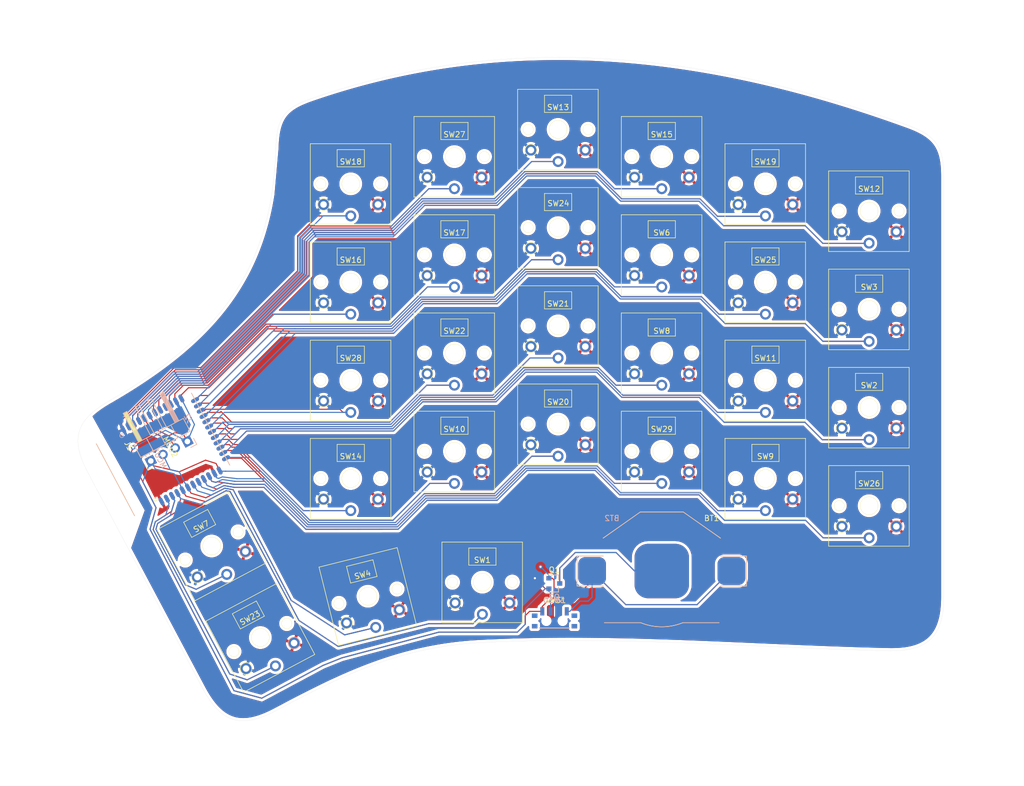
<source format=kicad_pcb>
(kicad_pcb (version 20171130) (host pcbnew "(5.1.5)-3")
  (layers (0 F.Cu signal) (31 B.Cu signal) (34 B.Paste user) (35 F.Paste user) (36 B.SilkS user) (37 F.SilkS user) (38 B.Mask user) (39 F.Mask user) (44 Edge.Cuts user))
  (net 0 "")
  (net 1 "Net-(BT1-Pad2)")
  (net 2 "Net-(BT1-Pad1)")
  (net 3 "Net-(BT2-Pad1)")
  (net 4 "Net-(BT2-Pad2)")
  (net 5 VCC1)
  (net 6 GND1)
  (net 7 /SWDIO1)
  (net 8 /SWCLK1)
  (net 9 /SWCLK2)
  (net 10 /SWDIO2)
  (net 11 GND2)
  (net 12 VCC2)
  (net 13 /S1)
  (net 14 /S6)
  (net 15 /S11)
  (net 16 /S16)
  (net 17 /S21)
  (net 18 /S26)
  (net 19 /S2)
  (net 20 /S7)
  (net 21 /S12)
  (net 22 /S17)
  (net 23 /S22)
  (net 24 /S30)
  (net 25 /S3)
  (net 26 /S8)
  (net 27 /S13)
  (net 28 /S18)
  (net 29 /S23)
  (net 30 /S28)
  (net 31 /S4)
  (net 32 /S9)
  (net 33 /S14)
  (net 34 /S19)
  (net 35 /S24)
  (net 36 /S29)
  (net 37 /S5)
  (net 38 /S15)
  (net 39 /S20)
  (net 40 /S25)
  (net 41 "Net-(MCU1-Pad35)")
  (net 42 "Net-(MCU1-Pad36)")
  (net 43 "Net-(MCU2-Pad36)")
  (net 44 "Net-(MCU2-Pad35)")
  (net 45 "Net-(MCU1-Pad20)")
  (net 46 "Net-(MCU2-Pad21)")
  (module User_Keyboard:YJ14015 (layer B.Cu) (at 90.329276 110.865709 298)
    (fp_text reference MCU1 (at 0.253999 0.9144 118) (layer B.SilkS) (effects (justify mirror)))
    (fp_text value Core51822)
    (pad 10 smd oval (at 6.05 -9.9 208) (size 1.54 0.7) (layers B.Cu B.Paste B.Mask) (net 18 /S26))
    (pad 9 smd oval (at 4.95 -9.9 208) (size 1.54 0.7) (layers B.Cu B.Paste B.Mask) (net 27 /S13))
    (pad 8 smd oval (at 3.85 -9.9 208) (size 1.54 0.7) (layers B.Cu B.Paste B.Mask) (net 32 /S9))
    (pad 20 smd oval (at 7.5 4.3 298) (size 1.54 0.7) (layers B.Cu B.Paste B.Mask) (net 45 "Net-(MCU1-Pad20)"))
    (pad 19 smd oval (at 7.5 3.2 298) (size 1.54 0.7) (layers B.Cu B.Paste B.Mask) (net 14 /S6))
    (pad 18 smd oval (at 7.5 2.1 298) (size 1.54 0.7) (layers B.Cu B.Paste B.Mask) (net 15 /S11))
    (pad 17 smd oval (at 7.5 1 298) (size 1.54 0.7) (layers B.Cu B.Paste B.Mask) (net 24 /S30))
    (pad 31 smd oval (at 7.5 -0.1 298) (size 1.54 0.7) (layers B.Cu B.Paste B.Mask) (net 8 /SWCLK1))
    (pad 32 smd oval (at 7.5 -1.2 298) (size 1.54 0.7) (layers B.Cu B.Paste B.Mask) (net 7 /SWDIO1))
    (pad 16 smd oval (at 7.5 -2.3 298) (size 1.54 0.7) (layers B.Cu B.Paste B.Mask) (net 21 /S12))
    (pad 15 smd oval (at 7.5 -3.4 298) (size 1.54 0.7) (layers B.Cu B.Paste B.Mask) (net 23 /S22))
    (pad 14 smd oval (at 7.5 -4.5 298) (size 1.54 0.7) (layers B.Cu B.Paste B.Mask) (net 37 /S5))
    (pad 13 smd oval (at 7.5 -5.6 298) (size 1.54 0.7) (layers B.Cu B.Paste B.Mask) (net 31 /S4))
    (pad 12 smd oval (at 7.5 -6.7 298) (size 1.54 0.7) (layers B.Cu B.Paste B.Mask) (net 40 /S25))
    (pad 11 smd oval (at 7.5 -7.8 298) (size 1.54 0.7) (layers B.Cu B.Paste B.Mask) (net 20 /S7))
    (pad 7 smd oval (at 2.75 -9.9 208) (size 1.54 0.7) (layers B.Cu B.Paste B.Mask) (net 33 /S14))
    (pad 6 smd oval (at 1.65 -9.9 208) (size 1.54 0.7) (layers B.Cu B.Paste B.Mask) (net 36 /S29))
    (pad 5 smd oval (at 0.55 -9.9 208) (size 1.54 0.7) (layers B.Cu B.Paste B.Mask) (net 25 /S3))
    (pad 4 smd oval (at -0.55 -9.9 208) (size 1.54 0.7) (layers B.Cu B.Paste B.Mask) (net 22 /S17))
    (pad 3 smd oval (at -1.65 -9.9 208) (size 1.54 0.7) (layers B.Cu B.Paste B.Mask) (net 34 /S19))
    (pad 2 smd oval (at -2.75 -9.9 208) (size 1.54 0.7) (layers B.Cu B.Paste B.Mask) (net 29 /S23))
    (pad 1 smd oval (at -3.85 -9.9 208) (size 1.54 0.7) (layers B.Cu B.Paste B.Mask) (net 38 /S15))
    (pad 0 smd oval (at -4.95 -9.9 208) (size 1.54 0.7) (layers B.Cu B.Paste B.Mask) (net 26 /S8))
    (pad 30 smd oval (at -6.05 -9.9 208) (size 1.54 0.7) (layers B.Cu B.Paste B.Mask) (net 39 /S20))
    (pad 34 smd oval (at -7.5 -7.8 298) (size 1.54 0.7) (layers B.Cu B.Paste B.Mask) (net 5 VCC1))
    (pad 37 smd oval (at -7.5 -6.7 298) (size 1.54 0.7) (layers B.Cu B.Paste B.Mask) (net 6 GND1))
    (pad 29 smd oval (at -7.5 -5.6 298) (size 1.54 0.7) (layers B.Cu B.Paste B.Mask) (net 28 /S18))
    (pad 28 smd oval (at -7.5 -4.5 298) (size 1.54 0.7) (layers B.Cu B.Paste B.Mask) (net 30 /S28))
    (pad 36 smd oval (at -7.5 -3.4 298) (size 1.54 0.7) (layers B.Cu B.Paste B.Mask) (net 42 "Net-(MCU1-Pad36)"))
    (pad 35 smd oval (at -7.5 -2.3 298) (size 1.54 0.7) (layers B.Cu B.Paste B.Mask) (net 41 "Net-(MCU1-Pad35)"))
    (pad 25 smd oval (at -7.5 -1.2 298) (size 1.54 0.7) (layers B.Cu B.Paste B.Mask) (net 19 /S2))
    (pad 24 smd oval (at -7.5 -0.1 298) (size 1.54 0.7) (layers B.Cu B.Paste B.Mask) (net 13 /S1))
    (pad 23 smd oval (at -7.5 1 298) (size 1.54 0.7) (layers B.Cu B.Paste B.Mask) (net 16 /S16))
    (pad 22 smd oval (at -7.5 2.1 298) (size 1.54 0.7) (layers B.Cu B.Paste B.Mask) (net 35 /S24))
    (pad 21 smd oval (at -7.5 3.2 298) (size 1.54 0.7) (layers B.Cu B.Paste B.Mask) (net 17 /S21))
    (pad 33 smd oval (at -7.5 4.3 298) (size 1.54 0.7) (layers B.Cu B.Paste B.Mask) (net 6 GND1))
  )
  (module User_Keyboard:YJ14015 (layer F.Cu) (at 90.329276 110.865709 118)
    (fp_text reference MCU2 (at 0.609599 1.8288 118) (layer F.SilkS))
    (fp_text value Core51822)
    (pad 10 smd oval (at 6.05 9.9 208) (size 1.54 0.7) (layers F.Cu F.Paste F.Mask) (net 29 /S23))
    (pad 9 smd oval (at 4.95 9.9 208) (size 1.54 0.7) (layers F.Cu F.Paste F.Mask) (net 34 /S19))
    (pad 8 smd oval (at 3.85 9.9 208) (size 1.54 0.7) (layers F.Cu F.Paste F.Mask) (net 22 /S17))
    (pad 20 smd oval (at 7.5 -4.3 118) (size 1.54 0.7) (layers F.Cu F.Paste F.Mask) (net 17 /S21))
    (pad 19 smd oval (at 7.5 -3.2 118) (size 1.54 0.7) (layers F.Cu F.Paste F.Mask) (net 35 /S24))
    (pad 18 smd oval (at 7.5 -2.1 118) (size 1.54 0.7) (layers F.Cu F.Paste F.Mask) (net 16 /S16))
    (pad 17 smd oval (at 7.5 -1 118) (size 1.54 0.7) (layers F.Cu F.Paste F.Mask) (net 13 /S1))
    (pad 31 smd oval (at 7.5 0.1 118) (size 1.54 0.7) (layers F.Cu F.Paste F.Mask) (net 9 /SWCLK2))
    (pad 32 smd oval (at 7.5 1.2 118) (size 1.54 0.7) (layers F.Cu F.Paste F.Mask) (net 10 /SWDIO2))
    (pad 16 smd oval (at 7.5 2.3 118) (size 1.54 0.7) (layers F.Cu F.Paste F.Mask) (net 19 /S2))
    (pad 15 smd oval (at 7.5 3.4 118) (size 1.54 0.7) (layers F.Cu F.Paste F.Mask) (net 30 /S28))
    (pad 14 smd oval (at 7.5 4.5 118) (size 1.54 0.7) (layers F.Cu F.Paste F.Mask) (net 28 /S18))
    (pad 13 smd oval (at 7.5 5.6 118) (size 1.54 0.7) (layers F.Cu F.Paste F.Mask) (net 39 /S20))
    (pad 12 smd oval (at 7.5 6.7 118) (size 1.54 0.7) (layers F.Cu F.Paste F.Mask) (net 26 /S8))
    (pad 11 smd oval (at 7.5 7.8 118) (size 1.54 0.7) (layers F.Cu F.Paste F.Mask) (net 38 /S15))
    (pad 7 smd oval (at 2.75 9.9 208) (size 1.54 0.7) (layers F.Cu F.Paste F.Mask) (net 25 /S3))
    (pad 6 smd oval (at 1.65 9.9 208) (size 1.54 0.7) (layers F.Cu F.Paste F.Mask) (net 36 /S29))
    (pad 5 smd oval (at 0.55 9.9 208) (size 1.54 0.7) (layers F.Cu F.Paste F.Mask) (net 33 /S14))
    (pad 4 smd oval (at -0.55 9.9 208) (size 1.54 0.7) (layers F.Cu F.Paste F.Mask) (net 32 /S9))
    (pad 3 smd oval (at -1.65 9.9 208) (size 1.54 0.7) (layers F.Cu F.Paste F.Mask) (net 27 /S13))
    (pad 2 smd oval (at -2.75 9.9 208) (size 1.54 0.7) (layers F.Cu F.Paste F.Mask) (net 18 /S26))
    (pad 1 smd oval (at -3.85 9.9 208) (size 1.54 0.7) (layers F.Cu F.Paste F.Mask) (net 20 /S7))
    (pad 0 smd oval (at -4.95 9.9 208) (size 1.54 0.7) (layers F.Cu F.Paste F.Mask) (net 40 /S25))
    (pad 30 smd oval (at -6.05 9.9 208) (size 1.54 0.7) (layers F.Cu F.Paste F.Mask) (net 31 /S4))
    (pad 34 smd oval (at -7.5 7.8 118) (size 1.54 0.7) (layers F.Cu F.Paste F.Mask) (net 12 VCC2))
    (pad 37 smd oval (at -7.5 6.7 118) (size 1.54 0.7) (layers F.Cu F.Paste F.Mask) (net 11 GND2))
    (pad 29 smd oval (at -7.5 5.6 118) (size 1.54 0.7) (layers F.Cu F.Paste F.Mask) (net 37 /S5))
    (pad 28 smd oval (at -7.5 4.5 118) (size 1.54 0.7) (layers F.Cu F.Paste F.Mask) (net 23 /S22))
    (pad 36 smd oval (at -7.5 3.4 118) (size 1.54 0.7) (layers F.Cu F.Paste F.Mask) (net 43 "Net-(MCU2-Pad36)"))
    (pad 35 smd oval (at -7.5 2.3 118) (size 1.54 0.7) (layers F.Cu F.Paste F.Mask) (net 44 "Net-(MCU2-Pad35)"))
    (pad 25 smd oval (at -7.5 1.2 118) (size 1.54 0.7) (layers F.Cu F.Paste F.Mask) (net 21 /S12))
    (pad 24 smd oval (at -7.5 0.1 118) (size 1.54 0.7) (layers F.Cu F.Paste F.Mask) (net 24 /S30))
    (pad 23 smd oval (at -7.5 -1 118) (size 1.54 0.7) (layers F.Cu F.Paste F.Mask) (net 15 /S11))
    (pad 22 smd oval (at -7.5 -2.1 118) (size 1.54 0.7) (layers F.Cu F.Paste F.Mask) (net 14 /S6))
    (pad 21 smd oval (at -7.5 -3.2 118) (size 1.54 0.7) (layers F.Cu F.Paste F.Mask) (net 46 "Net-(MCU2-Pad21)"))
    (pad 33 smd oval (at -7.5 -4.3 118) (size 1.54 0.7) (layers F.Cu F.Paste F.Mask) (net 11 GND2))
  )
  (module Package_TO_SOT_SMD:SOT-23 (layer F.Cu) (at 162.2298 134.5692)
    (fp_text reference Q1 (at 0 -2.5) (layer F.SilkS))
    (fp_text value DMG3414U)
    (pad 3 smd rect (at 1 0) (size 0.9 0.8) (layers F.Cu F.Paste F.Mask) (net 1 "Net-(BT1-Pad2)"))
    (pad 2 smd rect (at -1 0.95) (size 0.9 0.8) (layers F.Cu F.Paste F.Mask) (net 6 GND1))
    (pad 1 smd rect (at -1 -0.95) (size 0.9 0.8) (layers F.Cu F.Paste F.Mask) (net 5 VCC1))
  )
  (module User_Keyboard:Battery_mod (layer B.Cu) (at 181.977898 132.284158)
    (fp_text reference BT2 (at -9.15 -9.7) (layer B.SilkS) (effects (justify mirror)))
    (fp_text value Battery_Cell)
    (pad 2 smd roundrect (at 0 0) (size 10 10) (layers B.Cu B.Mask) (net 4 "Net-(BT2-Pad2)"))
    (pad 1 smd roundrect (at -12.8 0) (size 5.1 5.1) (layers B.Cu B.Paste B.Mask) (net 3 "Net-(BT2-Pad1)"))
    (pad 1 smd roundrect (at 12.8 0) (size 5.1 5.1) (layers B.Cu B.Paste B.Mask) (net 3 "Net-(BT2-Pad1)"))
  )
  (module User_Keyboard:Kailh_low_profile (layer F.Cu) (at 201.027898 97.234158)
    (fp_text reference SW11 (at 0 -4.064) (layer F.SilkS))
    (fp_text value SW_Push_Dual)
    (pad "" np_thru_hole circle (at 5.5 0) (size 1.8 1.8) (drill 1.8) (layers *.Cu *.Mask))
    (pad "" np_thru_hole circle (at -5.5 0) (size 1.8 1.8) (drill 1.8) (layers *.Cu *.Mask))
    (pad "" np_thru_hole circle (at 0 0) (size 3.2 3.2) (drill 3.2) (layers *.Cu *.Mask))
    (pad 3 thru_hole circle (at -5 3.8 180) (size 2 2) (drill 1.2) (layers *.Cu *.Mask) (net 6 GND1))
    (pad 2 thru_hole circle (at 0 5.9 180) (size 2 2) (drill 1.2) (layers *.Cu *.Mask) (net 32 /S9))
    (pad 1 thru_hole circle (at 5 3.8 180) (size 2 2) (drill 1.2) (layers *.Cu *.Mask) (net 11 GND2))
  )
  (module User_Keyboard:Kailh_low_profile (layer F.Cu) (at 201.027898 79.184158)
    (fp_text reference SW25 (at 0 -4.064) (layer F.SilkS))
    (fp_text value SW_Push_Dual)
    (pad "" np_thru_hole circle (at 5.5 0) (size 1.8 1.8) (drill 1.8) (layers *.Cu *.Mask))
    (pad "" np_thru_hole circle (at -5.5 0) (size 1.8 1.8) (drill 1.8) (layers *.Cu *.Mask))
    (pad "" np_thru_hole circle (at 0 0) (size 3.2 3.2) (drill 3.2) (layers *.Cu *.Mask))
    (pad 3 thru_hole circle (at -5 3.8 180) (size 2 2) (drill 1.2) (layers *.Cu *.Mask) (net 6 GND1))
    (pad 2 thru_hole circle (at 0 5.9 180) (size 2 2) (drill 1.2) (layers *.Cu *.Mask) (net 29 /S23))
    (pad 1 thru_hole circle (at 5 3.8 180) (size 2 2) (drill 1.2) (layers *.Cu *.Mask) (net 11 GND2))
  )
  (module User_Keyboard:Kailh_low_profile (layer F.Cu) (at 181.977898 110.284158)
    (fp_text reference SW29 (at 0 -4.064) (layer F.SilkS))
    (fp_text value SW_Push_Dual)
    (pad "" np_thru_hole circle (at 5.5 0) (size 1.8 1.8) (drill 1.8) (layers *.Cu *.Mask))
    (pad "" np_thru_hole circle (at -5.5 0) (size 1.8 1.8) (drill 1.8) (layers *.Cu *.Mask))
    (pad "" np_thru_hole circle (at 0 0) (size 3.2 3.2) (drill 3.2) (layers *.Cu *.Mask))
    (pad 3 thru_hole circle (at -5 3.8 180) (size 2 2) (drill 1.2) (layers *.Cu *.Mask) (net 6 GND1))
    (pad 2 thru_hole circle (at 0 5.9 180) (size 2 2) (drill 1.2) (layers *.Cu *.Mask) (net 31 /S4))
    (pad 1 thru_hole circle (at 5 3.8 180) (size 2 2) (drill 1.2) (layers *.Cu *.Mask) (net 11 GND2))
  )
  (module User_Keyboard:Kailh_low_profile (layer F.Cu) (at 124.827898 115.284158)
    (fp_text reference SW14 (at 0 -4.064) (layer F.SilkS))
    (fp_text value SW_Push_Dual)
    (pad "" np_thru_hole circle (at 5.5 0) (size 1.8 1.8) (drill 1.8) (layers *.Cu *.Mask))
    (pad "" np_thru_hole circle (at -5.5 0) (size 1.8 1.8) (drill 1.8) (layers *.Cu *.Mask))
    (pad "" np_thru_hole circle (at 0 0) (size 3.2 3.2) (drill 3.2) (layers *.Cu *.Mask))
    (pad 3 thru_hole circle (at -5 3.8 180) (size 2 2) (drill 1.2) (layers *.Cu *.Mask) (net 6 GND1))
    (pad 2 thru_hole circle (at 0 5.9 180) (size 2 2) (drill 1.2) (layers *.Cu *.Mask) (net 18 /S26))
    (pad 1 thru_hole circle (at 5 3.8 180) (size 2 2) (drill 1.2) (layers *.Cu *.Mask) (net 11 GND2))
  )
  (module User_Keyboard:Kailh_low_profile (layer F.Cu) (at 99.272709 127.68586 28)
    (fp_text reference SW7 (at 0 -4.064 28) (layer F.SilkS))
    (fp_text value SW_Push_Dual)
    (pad "" np_thru_hole circle (at 5.5 0 28) (size 1.8 1.8) (drill 1.8) (layers *.Cu *.Mask))
    (pad "" np_thru_hole circle (at -5.5 0 28) (size 1.8 1.8) (drill 1.8) (layers *.Cu *.Mask))
    (pad "" np_thru_hole circle (at 0 0 28) (size 3.2 3.2) (drill 3.2) (layers *.Cu *.Mask))
    (pad 3 thru_hole circle (at -5 3.8 208) (size 2 2) (drill 1.2) (layers *.Cu *.Mask) (net 6 GND1))
    (pad 2 thru_hole circle (at 0 5.9 208) (size 2 2) (drill 1.2) (layers *.Cu *.Mask) (net 15 /S11))
    (pad 1 thru_hole circle (at 5 3.8 208) (size 2 2) (drill 1.2) (layers *.Cu *.Mask) (net 11 GND2))
  )
  (module User_Keyboard:Kailh_low_profile (layer F.Cu) (at 149.013221 134.334158)
    (fp_text reference SW1 (at 0 -4.064) (layer F.SilkS))
    (fp_text value SW_Push_Dual)
    (pad "" np_thru_hole circle (at 5.5 0) (size 1.8 1.8) (drill 1.8) (layers *.Cu *.Mask))
    (pad "" np_thru_hole circle (at -5.5 0) (size 1.8 1.8) (drill 1.8) (layers *.Cu *.Mask))
    (pad "" np_thru_hole circle (at 0 0) (size 3.2 3.2) (drill 3.2) (layers *.Cu *.Mask))
    (pad 3 thru_hole circle (at -5 3.8 180) (size 2 2) (drill 1.2) (layers *.Cu *.Mask) (net 6 GND1))
    (pad 2 thru_hole circle (at 0 5.9 180) (size 2 2) (drill 1.2) (layers *.Cu *.Mask) (net 24 /S30))
    (pad 1 thru_hole circle (at 5 3.8 180) (size 2 2) (drill 1.2) (layers *.Cu *.Mask) (net 11 GND2))
  )
  (module User_Keyboard:Kailh_low_profile (layer F.Cu) (at 124.827898 97.234158)
    (fp_text reference SW28 (at 0 -4.064) (layer F.SilkS))
    (fp_text value SW_Push_Dual)
    (pad "" np_thru_hole circle (at 5.5 0) (size 1.8 1.8) (drill 1.8) (layers *.Cu *.Mask))
    (pad "" np_thru_hole circle (at -5.5 0) (size 1.8 1.8) (drill 1.8) (layers *.Cu *.Mask))
    (pad "" np_thru_hole circle (at 0 0) (size 3.2 3.2) (drill 3.2) (layers *.Cu *.Mask))
    (pad 3 thru_hole circle (at -5 3.8 180) (size 2 2) (drill 1.2) (layers *.Cu *.Mask) (net 6 GND1))
    (pad 2 thru_hole circle (at 0 5.9 180) (size 2 2) (drill 1.2) (layers *.Cu *.Mask) (net 22 /S17))
    (pad 1 thru_hole circle (at 5 3.8 180) (size 2 2) (drill 1.2) (layers *.Cu *.Mask) (net 11 GND2))
  )
  (module User_Keyboard:Kailh_low_profile (layer F.Cu) (at 162.927898 105.284158)
    (fp_text reference SW20 (at 0 -4.064) (layer F.SilkS))
    (fp_text value SW_Push_Dual)
    (pad "" np_thru_hole circle (at 5.5 0) (size 1.8 1.8) (drill 1.8) (layers *.Cu *.Mask))
    (pad "" np_thru_hole circle (at -5.5 0) (size 1.8 1.8) (drill 1.8) (layers *.Cu *.Mask))
    (pad "" np_thru_hole circle (at 0 0) (size 3.2 3.2) (drill 3.2) (layers *.Cu *.Mask))
    (pad 3 thru_hole circle (at -5 3.8 180) (size 2 2) (drill 1.2) (layers *.Cu *.Mask) (net 6 GND1))
    (pad 2 thru_hole circle (at 0 5.9 180) (size 2 2) (drill 1.2) (layers *.Cu *.Mask) (net 40 /S25))
    (pad 1 thru_hole circle (at 5 3.8 180) (size 2 2) (drill 1.2) (layers *.Cu *.Mask) (net 11 GND2))
  )
  (module User_Keyboard:Kailh_low_profile (layer F.Cu) (at 201.027898 115.284158)
    (fp_text reference SW9 (at 0 -4.064) (layer F.SilkS))
    (fp_text value SW_Push_Dual)
    (pad "" np_thru_hole circle (at 5.5 0) (size 1.8 1.8) (drill 1.8) (layers *.Cu *.Mask))
    (pad "" np_thru_hole circle (at -5.5 0) (size 1.8 1.8) (drill 1.8) (layers *.Cu *.Mask))
    (pad "" np_thru_hole circle (at 0 0) (size 3.2 3.2) (drill 3.2) (layers *.Cu *.Mask))
    (pad 3 thru_hole circle (at -5 3.8 180) (size 2 2) (drill 1.2) (layers *.Cu *.Mask) (net 6 GND1))
    (pad 2 thru_hole circle (at 0 5.9 180) (size 2 2) (drill 1.2) (layers *.Cu *.Mask) (net 37 /S5))
    (pad 1 thru_hole circle (at 5 3.8 180) (size 2 2) (drill 1.2) (layers *.Cu *.Mask) (net 11 GND2))
  )
  (module User_Keyboard:Kailh_low_profile (layer F.Cu) (at 220.077898 102.234158)
    (fp_text reference SW2 (at 0 -4.064) (layer F.SilkS))
    (fp_text value SW_Push_Dual)
    (pad "" np_thru_hole circle (at 5.5 0) (size 1.8 1.8) (drill 1.8) (layers *.Cu *.Mask))
    (pad "" np_thru_hole circle (at -5.5 0) (size 1.8 1.8) (drill 1.8) (layers *.Cu *.Mask))
    (pad "" np_thru_hole circle (at 0 0) (size 3.2 3.2) (drill 3.2) (layers *.Cu *.Mask))
    (pad 3 thru_hole circle (at -5 3.8 180) (size 2 2) (drill 1.2) (layers *.Cu *.Mask) (net 6 GND1))
    (pad 2 thru_hole circle (at 0 5.9 180) (size 2 2) (drill 1.2) (layers *.Cu *.Mask) (net 27 /S13))
    (pad 1 thru_hole circle (at 5 3.8 180) (size 2 2) (drill 1.2) (layers *.Cu *.Mask) (net 11 GND2))
  )
  (module User_Keyboard:Kailh_low_profile (layer F.Cu) (at 220.077898 84.184158)
    (fp_text reference SW3 (at 0 -4.064) (layer F.SilkS))
    (fp_text value SW_Push_Dual)
    (pad "" np_thru_hole circle (at 5.5 0) (size 1.8 1.8) (drill 1.8) (layers *.Cu *.Mask))
    (pad "" np_thru_hole circle (at -5.5 0) (size 1.8 1.8) (drill 1.8) (layers *.Cu *.Mask))
    (pad "" np_thru_hole circle (at 0 0) (size 3.2 3.2) (drill 3.2) (layers *.Cu *.Mask))
    (pad 3 thru_hole circle (at -5 3.8 180) (size 2 2) (drill 1.2) (layers *.Cu *.Mask) (net 6 GND1))
    (pad 2 thru_hole circle (at 0 5.9 180) (size 2 2) (drill 1.2) (layers *.Cu *.Mask) (net 34 /S19))
    (pad 1 thru_hole circle (at 5 3.8 180) (size 2 2) (drill 1.2) (layers *.Cu *.Mask) (net 11 GND2))
  )
  (module User_Keyboard:Kailh_low_profile (layer F.Cu) (at 220.077898 120.284158)
    (fp_text reference SW26 (at 0 -4.064) (layer F.SilkS))
    (fp_text value SW_Push_Dual)
    (pad "" np_thru_hole circle (at 5.5 0) (size 1.8 1.8) (drill 1.8) (layers *.Cu *.Mask))
    (pad "" np_thru_hole circle (at -5.5 0) (size 1.8 1.8) (drill 1.8) (layers *.Cu *.Mask))
    (pad "" np_thru_hole circle (at 0 0) (size 3.2 3.2) (drill 3.2) (layers *.Cu *.Mask))
    (pad 3 thru_hole circle (at -5 3.8 180) (size 2 2) (drill 1.2) (layers *.Cu *.Mask) (net 6 GND1))
    (pad 2 thru_hole circle (at 0 5.9 180) (size 2 2) (drill 1.2) (layers *.Cu *.Mask) (net 23 /S22))
    (pad 1 thru_hole circle (at 5 3.8 180) (size 2 2) (drill 1.2) (layers *.Cu *.Mask) (net 11 GND2))
  )
  (module User_Keyboard:Kailh_low_profile (layer F.Cu) (at 220.077898 66.134158)
    (fp_text reference SW12 (at 0 -4.064) (layer F.SilkS))
    (fp_text value SW_Push_Dual)
    (pad "" np_thru_hole circle (at 5.5 0) (size 1.8 1.8) (drill 1.8) (layers *.Cu *.Mask))
    (pad "" np_thru_hole circle (at -5.5 0) (size 1.8 1.8) (drill 1.8) (layers *.Cu *.Mask))
    (pad "" np_thru_hole circle (at 0 0) (size 3.2 3.2) (drill 3.2) (layers *.Cu *.Mask))
    (pad 3 thru_hole circle (at -5 3.8 180) (size 2 2) (drill 1.2) (layers *.Cu *.Mask) (net 6 GND1))
    (pad 2 thru_hole circle (at 0 5.9 180) (size 2 2) (drill 1.2) (layers *.Cu *.Mask) (net 30 /S28))
    (pad 1 thru_hole circle (at 5 3.8 180) (size 2 2) (drill 1.2) (layers *.Cu *.Mask) (net 11 GND2))
  )
  (module Connector_PinHeader_2.54mm:PinHeader_1x04_P2.54mm_Horizontal (layer F.Cu) (at 88.086589 112.058167 118)
    (fp_text reference J1 (at 4.385 -2.27 118) (layer F.SilkS))
    (fp_text value Conn_01x04)
    (pad 4 thru_hole oval (at 0 7.62 118) (size 1.7 1.7) (drill 1) (layers *.Cu *.Mask) (net 5 VCC1))
    (pad 3 thru_hole oval (at 0 5.08 118) (size 1.7 1.7) (drill 1) (layers *.Cu *.Mask) (net 6 GND1))
    (pad 2 thru_hole oval (at 0 2.54 118) (size 1.7 1.7) (drill 1) (layers *.Cu *.Mask) (net 7 /SWDIO1))
    (pad 1 thru_hole rect (at 0 0 118) (size 1.7 1.7) (drill 1) (layers *.Cu *.Mask) (net 8 /SWCLK1))
  )
  (module Connector_PinHeader_2.54mm:PinHeader_1x04_P2.54mm_Horizontal (layer B.Cu) (at 94.81465 108.480793 118)
    (fp_text reference J2 (at 3.643356 2.093544 118) (layer B.SilkS) (effects (justify mirror)))
    (fp_text value Conn_01x04)
    (pad 4 thru_hole oval (at 0 -7.62 118) (size 1.7 1.7) (drill 1) (layers *.Cu *.Mask) (net 12 VCC2))
    (pad 3 thru_hole oval (at 0 -5.08 118) (size 1.7 1.7) (drill 1) (layers *.Cu *.Mask) (net 11 GND2))
    (pad 2 thru_hole oval (at 0 -2.54 118) (size 1.7 1.7) (drill 1) (layers *.Cu *.Mask) (net 9 /SWCLK2))
    (pad 1 thru_hole rect (at 0 0 118) (size 1.7 1.7) (drill 1) (layers *.Cu *.Mask) (net 10 /SWDIO2))
  )
  (module Package_TO_SOT_SMD:SOT-23 (layer B.Cu) (at 162.2298 134.5692)
    (fp_text reference Q2 (at 0 2.5) (layer B.SilkS) (effects (justify mirror)))
    (fp_text value DMG3414U)
    (pad 3 smd rect (at 1 0) (size 0.9 0.8) (layers B.Cu B.Paste B.Mask) (net 4 "Net-(BT2-Pad2)"))
    (pad 2 smd rect (at -1 -0.95) (size 0.9 0.8) (layers B.Cu B.Paste B.Mask) (net 11 GND2))
    (pad 1 smd rect (at -1 0.95) (size 0.9 0.8) (layers B.Cu B.Paste B.Mask) (net 12 VCC2))
  )
  (module User_Keyboard:Kailh_low_profile (layer F.Cu) (at 127.990208 136.915459 14)
    (fp_text reference SW4 (at 0 -4.064 14) (layer F.SilkS))
    (fp_text value SW_Push_Dual)
    (pad "" np_thru_hole circle (at 5.5 0 14) (size 1.8 1.8) (drill 1.8) (layers *.Cu *.Mask))
    (pad "" np_thru_hole circle (at -5.5 0 14) (size 1.8 1.8) (drill 1.8) (layers *.Cu *.Mask))
    (pad "" np_thru_hole circle (at 0 0 14) (size 3.2 3.2) (drill 3.2) (layers *.Cu *.Mask))
    (pad 3 thru_hole circle (at -5 3.8 194) (size 2 2) (drill 1.2) (layers *.Cu *.Mask) (net 6 GND1))
    (pad 2 thru_hole circle (at 0 5.9 194) (size 2 2) (drill 1.2) (layers *.Cu *.Mask) (net 21 /S12))
    (pad 1 thru_hole circle (at 5 3.8 194) (size 2 2) (drill 1.2) (layers *.Cu *.Mask) (net 11 GND2))
  )
  (module User_Keyboard:Kailh_low_profile (layer F.Cu) (at 181.977898 74.184158)
    (fp_text reference SW6 (at 0 -4.064) (layer F.SilkS))
    (fp_text value SW_Push_Dual)
    (pad "" np_thru_hole circle (at 5.5 0) (size 1.8 1.8) (drill 1.8) (layers *.Cu *.Mask))
    (pad "" np_thru_hole circle (at -5.5 0) (size 1.8 1.8) (drill 1.8) (layers *.Cu *.Mask))
    (pad "" np_thru_hole circle (at 0 0) (size 3.2 3.2) (drill 3.2) (layers *.Cu *.Mask))
    (pad 3 thru_hole circle (at -5 3.8 180) (size 2 2) (drill 1.2) (layers *.Cu *.Mask) (net 6 GND1))
    (pad 2 thru_hole circle (at 0 5.9 180) (size 2 2) (drill 1.2) (layers *.Cu *.Mask) (net 38 /S15))
    (pad 1 thru_hole circle (at 5 3.8 180) (size 2 2) (drill 1.2) (layers *.Cu *.Mask) (net 11 GND2))
  )
  (module User_Keyboard:Kailh_low_profile (layer F.Cu) (at 181.977898 92.234158)
    (fp_text reference SW8 (at 0 -4.064) (layer F.SilkS))
    (fp_text value SW_Push_Dual)
    (pad "" np_thru_hole circle (at 5.5 0) (size 1.8 1.8) (drill 1.8) (layers *.Cu *.Mask))
    (pad "" np_thru_hole circle (at -5.5 0) (size 1.8 1.8) (drill 1.8) (layers *.Cu *.Mask))
    (pad "" np_thru_hole circle (at 0 0) (size 3.2 3.2) (drill 3.2) (layers *.Cu *.Mask))
    (pad 3 thru_hole circle (at -5 3.8 180) (size 2 2) (drill 1.2) (layers *.Cu *.Mask) (net 6 GND1))
    (pad 2 thru_hole circle (at 0 5.9 180) (size 2 2) (drill 1.2) (layers *.Cu *.Mask) (net 33 /S14))
    (pad 1 thru_hole circle (at 5 3.8 180) (size 2 2) (drill 1.2) (layers *.Cu *.Mask) (net 11 GND2))
  )
  (module User_Keyboard:Kailh_low_profile (layer F.Cu) (at 143.877898 110.284158)
    (fp_text reference SW10 (at 0 -4.064) (layer F.SilkS))
    (fp_text value SW_Push_Dual)
    (pad "" np_thru_hole circle (at 5.5 0) (size 1.8 1.8) (drill 1.8) (layers *.Cu *.Mask))
    (pad "" np_thru_hole circle (at -5.5 0) (size 1.8 1.8) (drill 1.8) (layers *.Cu *.Mask))
    (pad "" np_thru_hole circle (at 0 0) (size 3.2 3.2) (drill 3.2) (layers *.Cu *.Mask))
    (pad 3 thru_hole circle (at -5 3.8 180) (size 2 2) (drill 1.2) (layers *.Cu *.Mask) (net 6 GND1))
    (pad 2 thru_hole circle (at 0 5.9 180) (size 2 2) (drill 1.2) (layers *.Cu *.Mask) (net 20 /S7))
    (pad 1 thru_hole circle (at 5 3.8 180) (size 2 2) (drill 1.2) (layers *.Cu *.Mask) (net 11 GND2))
  )
  (module User_Keyboard:Kailh_low_profile (layer F.Cu) (at 162.927898 51.134159)
    (fp_text reference SW13 (at 0 -4.064) (layer F.SilkS))
    (fp_text value SW_Push_Dual)
    (pad "" np_thru_hole circle (at 5.5 0) (size 1.8 1.8) (drill 1.8) (layers *.Cu *.Mask))
    (pad "" np_thru_hole circle (at -5.5 0) (size 1.8 1.8) (drill 1.8) (layers *.Cu *.Mask))
    (pad "" np_thru_hole circle (at 0 0) (size 3.2 3.2) (drill 3.2) (layers *.Cu *.Mask))
    (pad 3 thru_hole circle (at -5 3.8 180) (size 2 2) (drill 1.2) (layers *.Cu *.Mask) (net 6 GND1))
    (pad 2 thru_hole circle (at 0 5.9 180) (size 2 2) (drill 1.2) (layers *.Cu *.Mask) (net 16 /S16))
    (pad 1 thru_hole circle (at 5 3.8 180) (size 2 2) (drill 1.2) (layers *.Cu *.Mask) (net 11 GND2))
  )
  (module User_Keyboard:Kailh_low_profile (layer F.Cu) (at 181.977898 56.134159)
    (fp_text reference SW15 (at 0 -4.064) (layer F.SilkS))
    (fp_text value SW_Push_Dual)
    (pad "" np_thru_hole circle (at 5.5 0) (size 1.8 1.8) (drill 1.8) (layers *.Cu *.Mask))
    (pad "" np_thru_hole circle (at -5.5 0) (size 1.8 1.8) (drill 1.8) (layers *.Cu *.Mask))
    (pad "" np_thru_hole circle (at 0 0) (size 3.2 3.2) (drill 3.2) (layers *.Cu *.Mask))
    (pad 3 thru_hole circle (at -5 3.8 180) (size 2 2) (drill 1.2) (layers *.Cu *.Mask) (net 6 GND1))
    (pad 2 thru_hole circle (at 0 5.9 180) (size 2 2) (drill 1.2) (layers *.Cu *.Mask) (net 13 /S1))
    (pad 1 thru_hole circle (at 5 3.8 180) (size 2 2) (drill 1.2) (layers *.Cu *.Mask) (net 11 GND2))
  )
  (module User_Keyboard:Kailh_low_profile (layer F.Cu) (at 124.827898 79.184158)
    (fp_text reference SW16 (at 0 -4.064) (layer F.SilkS))
    (fp_text value SW_Push_Dual)
    (pad "" np_thru_hole circle (at 5.5 0) (size 1.8 1.8) (drill 1.8) (layers *.Cu *.Mask))
    (pad "" np_thru_hole circle (at -5.5 0) (size 1.8 1.8) (drill 1.8) (layers *.Cu *.Mask))
    (pad "" np_thru_hole circle (at 0 0) (size 3.2 3.2) (drill 3.2) (layers *.Cu *.Mask))
    (pad 3 thru_hole circle (at -5 3.8 180) (size 2 2) (drill 1.2) (layers *.Cu *.Mask) (net 6 GND1))
    (pad 2 thru_hole circle (at 0 5.9 180) (size 2 2) (drill 1.2) (layers *.Cu *.Mask) (net 28 /S18))
    (pad 1 thru_hole circle (at 5 3.8 180) (size 2 2) (drill 1.2) (layers *.Cu *.Mask) (net 11 GND2))
  )
  (module User_Keyboard:Kailh_low_profile (layer F.Cu) (at 143.877898 74.184158)
    (fp_text reference SW17 (at 0 -4.064) (layer F.SilkS))
    (fp_text value SW_Push_Dual)
    (pad "" np_thru_hole circle (at 5.5 0) (size 1.8 1.8) (drill 1.8) (layers *.Cu *.Mask))
    (pad "" np_thru_hole circle (at -5.5 0) (size 1.8 1.8) (drill 1.8) (layers *.Cu *.Mask))
    (pad "" np_thru_hole circle (at 0 0) (size 3.2 3.2) (drill 3.2) (layers *.Cu *.Mask))
    (pad 3 thru_hole circle (at -5 3.8 180) (size 2 2) (drill 1.2) (layers *.Cu *.Mask) (net 6 GND1))
    (pad 2 thru_hole circle (at 0 5.9 180) (size 2 2) (drill 1.2) (layers *.Cu *.Mask) (net 39 /S20))
    (pad 1 thru_hole circle (at 5 3.8 180) (size 2 2) (drill 1.2) (layers *.Cu *.Mask) (net 11 GND2))
  )
  (module User_Keyboard:Kailh_low_profile (layer F.Cu) (at 124.827898 61.134159)
    (fp_text reference SW18 (at 0 -4.064) (layer F.SilkS))
    (fp_text value SW_Push_Dual)
    (pad "" np_thru_hole circle (at 5.5 0) (size 1.8 1.8) (drill 1.8) (layers *.Cu *.Mask))
    (pad "" np_thru_hole circle (at -5.5 0) (size 1.8 1.8) (drill 1.8) (layers *.Cu *.Mask))
    (pad "" np_thru_hole circle (at 0 0) (size 3.2 3.2) (drill 3.2) (layers *.Cu *.Mask))
    (pad 3 thru_hole circle (at -5 3.8 180) (size 2 2) (drill 1.2) (layers *.Cu *.Mask) (net 6 GND1))
    (pad 2 thru_hole circle (at 0 5.9 180) (size 2 2) (drill 1.2) (layers *.Cu *.Mask) (net 17 /S21))
    (pad 1 thru_hole circle (at 5 3.8 180) (size 2 2) (drill 1.2) (layers *.Cu *.Mask) (net 11 GND2))
  )
  (module User_Keyboard:Kailh_low_profile (layer F.Cu) (at 201.027898 61.134159)
    (fp_text reference SW19 (at 0 -4.064) (layer F.SilkS))
    (fp_text value SW_Push_Dual)
    (pad "" np_thru_hole circle (at 5.5 0) (size 1.8 1.8) (drill 1.8) (layers *.Cu *.Mask))
    (pad "" np_thru_hole circle (at -5.5 0) (size 1.8 1.8) (drill 1.8) (layers *.Cu *.Mask))
    (pad "" np_thru_hole circle (at 0 0) (size 3.2 3.2) (drill 3.2) (layers *.Cu *.Mask))
    (pad 3 thru_hole circle (at -5 3.8 180) (size 2 2) (drill 1.2) (layers *.Cu *.Mask) (net 6 GND1))
    (pad 2 thru_hole circle (at 0 5.9 180) (size 2 2) (drill 1.2) (layers *.Cu *.Mask) (net 19 /S2))
    (pad 1 thru_hole circle (at 5 3.8 180) (size 2 2) (drill 1.2) (layers *.Cu *.Mask) (net 11 GND2))
  )
  (module User_Keyboard:Kailh_low_profile (layer F.Cu) (at 162.927898 87.234158)
    (fp_text reference SW21 (at 0 -4.064) (layer F.SilkS))
    (fp_text value SW_Push_Dual)
    (pad "" np_thru_hole circle (at 5.5 0) (size 1.8 1.8) (drill 1.8) (layers *.Cu *.Mask))
    (pad "" np_thru_hole circle (at -5.5 0) (size 1.8 1.8) (drill 1.8) (layers *.Cu *.Mask))
    (pad "" np_thru_hole circle (at 0 0) (size 3.2 3.2) (drill 3.2) (layers *.Cu *.Mask))
    (pad 3 thru_hole circle (at -5 3.8 180) (size 2 2) (drill 1.2) (layers *.Cu *.Mask) (net 6 GND1))
    (pad 2 thru_hole circle (at 0 5.9 180) (size 2 2) (drill 1.2) (layers *.Cu *.Mask) (net 36 /S29))
    (pad 1 thru_hole circle (at 5 3.8 180) (size 2 2) (drill 1.2) (layers *.Cu *.Mask) (net 11 GND2))
  )
  (module User_Keyboard:Kailh_low_profile (layer F.Cu) (at 143.877898 92.234158)
    (fp_text reference SW22 (at 0 -4.064) (layer F.SilkS))
    (fp_text value SW_Push_Dual)
    (pad "" np_thru_hole circle (at 5.5 0) (size 1.8 1.8) (drill 1.8) (layers *.Cu *.Mask))
    (pad "" np_thru_hole circle (at -5.5 0) (size 1.8 1.8) (drill 1.8) (layers *.Cu *.Mask))
    (pad "" np_thru_hole circle (at 0 0) (size 3.2 3.2) (drill 3.2) (layers *.Cu *.Mask))
    (pad 3 thru_hole circle (at -5 3.8 180) (size 2 2) (drill 1.2) (layers *.Cu *.Mask) (net 6 GND1))
    (pad 2 thru_hole circle (at 0 5.9 180) (size 2 2) (drill 1.2) (layers *.Cu *.Mask) (net 25 /S3))
    (pad 1 thru_hole circle (at 5 3.8 180) (size 2 2) (drill 1.2) (layers *.Cu *.Mask) (net 11 GND2))
  )
  (module User_Keyboard:Kailh_low_profile (layer F.Cu) (at 108.216142 144.506012 28)
    (fp_text reference SW23 (at 0 -4.064 28) (layer F.SilkS))
    (fp_text value SW_Push_Dual)
    (pad "" np_thru_hole circle (at 5.5 0 28) (size 1.8 1.8) (drill 1.8) (layers *.Cu *.Mask))
    (pad "" np_thru_hole circle (at -5.5 0 28) (size 1.8 1.8) (drill 1.8) (layers *.Cu *.Mask))
    (pad "" np_thru_hole circle (at 0 0 28) (size 3.2 3.2) (drill 3.2) (layers *.Cu *.Mask))
    (pad 3 thru_hole circle (at -5 3.8 208) (size 2 2) (drill 1.2) (layers *.Cu *.Mask) (net 6 GND1))
    (pad 2 thru_hole circle (at 0 5.9 208) (size 2 2) (drill 1.2) (layers *.Cu *.Mask) (net 14 /S6))
    (pad 1 thru_hole circle (at 5 3.8 208) (size 2 2) (drill 1.2) (layers *.Cu *.Mask) (net 11 GND2))
  )
  (module User_Keyboard:Kailh_low_profile (layer F.Cu) (at 162.927898 69.184158)
    (fp_text reference SW24 (at 0.0508 -4.459199) (layer F.SilkS))
    (fp_text value SW_Push_Dual)
    (pad "" np_thru_hole circle (at 5.5 0) (size 1.8 1.8) (drill 1.8) (layers *.Cu *.Mask))
    (pad "" np_thru_hole circle (at -5.5 0) (size 1.8 1.8) (drill 1.8) (layers *.Cu *.Mask))
    (pad "" np_thru_hole circle (at 0 0) (size 3.2 3.2) (drill 3.2) (layers *.Cu *.Mask))
    (pad 3 thru_hole circle (at -5 3.8 180) (size 2 2) (drill 1.2) (layers *.Cu *.Mask) (net 6 GND1))
    (pad 2 thru_hole circle (at 0 5.9 180) (size 2 2) (drill 1.2) (layers *.Cu *.Mask) (net 26 /S8))
    (pad 1 thru_hole circle (at 5 3.8 180) (size 2 2) (drill 1.2) (layers *.Cu *.Mask) (net 11 GND2))
  )
  (module User_Keyboard:Kailh_low_profile (layer F.Cu) (at 143.877898 56.134159)
    (fp_text reference SW27 (at 0 -4.064) (layer F.SilkS))
    (fp_text value SW_Push_Dual)
    (pad "" np_thru_hole circle (at 5.5 0) (size 1.8 1.8) (drill 1.8) (layers *.Cu *.Mask))
    (pad "" np_thru_hole circle (at -5.5 0) (size 1.8 1.8) (drill 1.8) (layers *.Cu *.Mask))
    (pad "" np_thru_hole circle (at 0 0) (size 3.2 3.2) (drill 3.2) (layers *.Cu *.Mask))
    (pad 3 thru_hole circle (at -5 3.8 180) (size 2 2) (drill 1.2) (layers *.Cu *.Mask) (net 6 GND1))
    (pad 2 thru_hole circle (at 0 5.9 180) (size 2 2) (drill 1.2) (layers *.Cu *.Mask) (net 35 /S24))
    (pad 1 thru_hole circle (at 5 3.8 180) (size 2 2) (drill 1.2) (layers *.Cu *.Mask) (net 11 GND2))
  )
  (module User_Keyboard:PCM12SMTR (layer B.Cu) (at 162.27 141.4486 180)
    (fp_text reference SW30 (at 0.1 3.8) (layer B.SilkS) (effects (justify mirror)))
    (fp_text value SW_SPST)
    (pad 1 smd rect (at -2.25 1.75 180) (size 0.7 1.5) (layers B.Cu B.Paste B.Mask) (net 3 "Net-(BT2-Pad1)"))
    (pad 2 smd rect (at 0.75 1.75 180) (size 0.7 1.5) (layers B.Cu B.Paste B.Mask) (net 12 VCC2))
    (pad 3 smd rect (at 2.25 1.75 180) (size 0.7 1.5) (layers B.Cu B.Paste B.Mask))
    (pad "" smd rect (at -3.65 0.965 180) (size 1 0.8) (layers B.Cu B.Paste B.Mask))
    (pad "" smd rect (at -3.65 -0.965 180) (size 1 0.8) (layers B.Cu B.Paste B.Mask))
    (pad "" smd rect (at 3.65 0.965 180) (size 1 0.8) (layers B.Cu B.Paste B.Mask))
    (pad "" smd rect (at 3.65 -0.965 180) (size 1 0.8) (layers B.Cu B.Paste B.Mask))
    (pad "" np_thru_hole circle (at -1.5 0 180) (size 0.9 0.9) (drill 0.9) (layers *.Cu *.Mask))
    (pad "" np_thru_hole circle (at 1.5 0 180) (size 0.9 0.9) (drill 0.9) (layers *.Cu *.Mask))
  )
  (module User_Keyboard:PCM12SMTR (layer F.Cu) (at 162.27 141.4486)
    (fp_text reference SW31 (at 0.1 -3.8) (layer F.SilkS))
    (fp_text value SW_SPST)
    (pad 1 smd rect (at -2.25 -1.75) (size 0.7 1.5) (layers F.Cu F.Paste F.Mask) (net 5 VCC1))
    (pad 2 smd rect (at 0.75 -1.75) (size 0.7 1.5) (layers F.Cu F.Paste F.Mask) (net 2 "Net-(BT1-Pad1)"))
    (pad 3 smd rect (at 2.25 -1.75) (size 0.7 1.5) (layers F.Cu F.Paste F.Mask))
    (pad "" smd rect (at -3.65 -0.965) (size 1 0.8) (layers F.Cu F.Paste F.Mask))
    (pad "" smd rect (at -3.65 0.965) (size 1 0.8) (layers F.Cu F.Paste F.Mask))
    (pad "" smd rect (at 3.65 -0.965) (size 1 0.8) (layers F.Cu F.Paste F.Mask))
    (pad "" smd rect (at 3.65 0.965) (size 1 0.8) (layers F.Cu F.Paste F.Mask))
    (pad "" np_thru_hole circle (at -1.5 0) (size 0.9 0.9) (drill 0.9) (layers *.Cu *.Mask))
    (pad "" np_thru_hole circle (at 1.5 0) (size 0.9 0.9) (drill 0.9) (layers *.Cu *.Mask))
  )
  (module User_Keyboard:Battery_mod (layer F.Cu) (at 181.977898 132.284158 180)
    (fp_text reference BT1 (at -9.15 9.7) (layer F.SilkS))
    (fp_text value Battery_Cell)
    (pad 2 smd roundrect (at 0 0 180) (size 10 10) (layers F.Cu F.Mask) (net 1 "Net-(BT1-Pad2)"))
    (pad 1 smd roundrect (at -12.8 0 180) (size 5.1 5.1) (layers F.Cu F.Paste F.Mask) (net 2 "Net-(BT1-Pad1)"))
    (pad 1 smd roundrect (at 12.8 0 180) (size 5.1 5.1) (layers F.Cu F.Paste F.Mask) (net 2 "Net-(BT1-Pad1)"))
  )
  (gr_line (start 233.827898 59.789729) (end 233.827898 136.954844) (layer Edge.Cuts) (width 0.0254))
  (gr_curve (pts (xy 233.827898 59.789728) (xy 233.827898 54.339873) (xy 232.304365 52.233799) (xy 227.249192 50.3932)) (layer Edge.Cuts) (width 0.0254))
  (gr_line (start 97.583326 153.796842) (end 76.620997 114.372435) (layer Edge.Cuts) (width 0.0254))
  (gr_curve (pts (xy 117.790214 45.380656) (xy 131.121135 40.789883) (xy 144.442132 38.452739) (xy 157.748737 37.976436)) (layer Edge.Cuts) (width 0.0254))
  (gr_curve (pts (xy 80.458487 101.012843) (xy 74.092331 104.680497) (xy 73.303817 108.133728) (xy 76.620997 114.372435)) (layer Edge.Cuts) (width 0.0254))
  (gr_curve (pts (xy 157.748737 37.976436) (xy 180.967283 37.14534) (xy 204.142012 41.97983) (xy 227.249192 50.393201)) (layer Edge.Cuts) (width 0.0254))
  (gr_curve (pts (xy 117.790214 45.380656) (xy 112.88695 47.069194) (xy 111.205041 48.711922) (xy 111.049766 54.570786)) (layer Edge.Cuts) (width 0.0254))
  (gr_curve (pts (xy 223.603283 146.952321) (xy 230.831232 147.114712) (xy 233.827898 144.301708) (xy 233.827898 136.954844)) (layer Edge.Cuts) (width 0.0254))
  (gr_curve (pts (xy 148.46753 145.46552) (xy 134.108758 146.233841) (xy 123.52032 151.303103) (xy 111.123307 157.923189)) (layer Edge.Cuts) (width 0.0254))
  (gr_curve (pts (xy 223.603283 146.952321) (xy 198.612049 146.390841) (xy 173.330992 144.135106) (xy 148.46753 145.46552)) (layer Edge.Cuts) (width 0.0254))
  (gr_curve (pts (xy 80.458487 101.012843) (xy 100.724611 89.337175) (xy 110.464269 76.662979) (xy 111.0488 54.570786)) (layer Edge.Cuts) (width 0.0254))
  (gr_curve (pts (xy 97.583326 153.796842) (xy 100.967354 160.161273) (xy 104.656741 161.376377) (xy 111.123307 157.923189)) (layer Edge.Cuts) (width 0.0254))
  (segment (start 163.2298 134.5692) (end 163.2298 131.7404) (width 0.2032) (layer F.Cu) (net 1))
  (segment (start 166.0906 128.8796) (end 173.57334 128.8796) (width 0.2032) (layer F.Cu) (net 1))
  (segment (start 173.57334 128.8796) (end 176.977898 132.284158) (width 0.2032) (layer F.Cu) (net 1))
  (segment (start 176.977898 132.284158) (end 181.977898 132.284158) (width 0.2032) (layer F.Cu) (net 1))
  (segment (start 163.2298 131.7404) (end 166.0906 128.8796) (width 0.2032) (layer F.Cu) (net 1))
  (segment (start 188.468 138.4554) (end 194.639242 132.284158) (width 0.2032) (layer F.Cu) (net 2))
  (segment (start 175.3616 138.4554) (end 188.468 138.4554) (width 0.2032) (layer F.Cu) (net 2))
  (segment (start 169.190358 132.284158) (end 175.3616 138.4554) (width 0.2032) (layer F.Cu) (net 2))
  (segment (start 166.0652 137.1854) (end 168.79717 134.45343) (width 0.2032) (layer F.Cu) (net 2))
  (segment (start 163.02 139.6986) (end 163.02 139.2908) (width 0.2032) (layer F.Cu) (net 2))
  (segment (start 163.02 139.2908) (end 164.6936 137.6172) (width 0.2032) (layer F.Cu) (net 2))
  (segment (start 165.6334 137.6172) (end 166.0652 137.1854) (width 0.2032) (layer F.Cu) (net 2))
  (segment (start 164.6936 137.6172) (end 165.6334 137.6172) (width 0.2032) (layer F.Cu) (net 2))
  (segment (start 169.177898 134.834158) (end 169.177898 132.284158) (width 0.2032) (layer B.Cu) (net 3))
  (segment (start 169.177898 137.093902) (end 169.177898 134.834158) (width 0.2032) (layer B.Cu) (net 3))
  (segment (start 194.639242 132.284158) (end 194.777898 132.284158) (width 0.2032) (layer B.Cu) (net 3))
  (segment (start 188.468 138.4554) (end 194.639242 132.284158) (width 0.2032) (layer B.Cu) (net 3))
  (segment (start 175.3616 138.4554) (end 188.468 138.4554) (width 0.2032) (layer B.Cu) (net 3))
  (segment (start 169.177898 132.284158) (end 169.190358 132.284158) (width 0.2032) (layer B.Cu) (net 3))
  (segment (start 169.190358 132.284158) (end 175.3616 138.4554) (width 0.2032) (layer B.Cu) (net 3))
  (segment (start 165.0732 139.6986) (end 166.9514 137.8204) (width 0.2032) (layer B.Cu) (net 3))
  (segment (start 164.52 139.6986) (end 165.0732 139.6986) (width 0.2032) (layer B.Cu) (net 3))
  (segment (start 168.4514 137.8204) (end 169.177898 137.093902) (width 0.2032) (layer B.Cu) (net 3))
  (segment (start 166.9514 137.8204) (end 168.4514 137.8204) (width 0.2032) (layer B.Cu) (net 3))
  (segment (start 166.0906 128.8796) (end 173.57334 128.8796) (width 0.2032) (layer B.Cu) (net 4))
  (segment (start 163.2298 131.7404) (end 166.0906 128.8796) (width 0.2032) (layer B.Cu) (net 4))
  (segment (start 173.57334 128.8796) (end 176.977898 132.284158) (width 0.2032) (layer B.Cu) (net 4))
  (segment (start 163.2298 134.5692) (end 163.2298 131.7404) (width 0.2032) (layer B.Cu) (net 4))
  (segment (start 176.977898 132.284158) (end 181.977898 132.284158) (width 0.2032) (layer B.Cu) (net 4))
  (segment (start 161.2298 133.6192) (end 161.3052 133.6192) (width 0.2032) (layer F.Cu) (net 5))
  (segment (start 160.02 138.7856) (end 160.02 139.6986) (width 0.2032) (layer F.Cu) (net 5))
  (segment (start 160.8836 137.922) (end 160.02 138.7856) (width 0.2032) (layer F.Cu) (net 5))
  (segment (start 161.2298 133.6192) (end 161.883 133.6192) (width 0.2032) (layer F.Cu) (net 5))
  (segment (start 162.179 133.9152) (end 162.179 137.1346) (width 0.2032) (layer F.Cu) (net 5))
  (segment (start 161.883 133.6192) (end 162.179 133.9152) (width 0.2032) (layer F.Cu) (net 5))
  (segment (start 162.179 137.1346) (end 161.3916 137.922) (width 0.2032) (layer F.Cu) (net 5))
  (segment (start 161.3916 137.922) (end 160.8836 137.922) (width 0.2032) (layer F.Cu) (net 5))
  (via (at 84.836 109.5756) (size 0.8) (drill 0.4) (layers F.Cu B.Cu) (net 5))
  (segment (start 157.6846 139.6986) (end 160.02 139.6986) (width 0.2032) (layer F.Cu) (net 5))
  (segment (start 156.8704 140.5128) (end 157.6846 139.6986) (width 0.2032) (layer F.Cu) (net 5))
  (segment (start 87.9348 124.6124) (end 103.378 154.2796) (width 0.2032) (layer F.Cu) (net 5))
  (segment (start 89.0524 120.65) (end 87.9348 124.6124) (width 0.2032) (layer F.Cu) (net 5))
  (segment (start 84.836 109.5756) (end 84.2264 111.2012) (width 0.2032) (layer F.Cu) (net 5))
  (segment (start 103.378 154.2796) (end 108.4834 155.6512) (width 0.2032) (layer F.Cu) (net 5))
  (segment (start 84.2264 111.2012) (end 89.0524 120.65) (width 0.2032) (layer F.Cu) (net 5))
  (segment (start 108.4834 155.6512) (end 119.7356 149.6314) (width 0.2032) (layer F.Cu) (net 5))
  (segment (start 119.7356 149.6314) (end 123.2154 148.2344) (width 0.2032) (layer F.Cu) (net 5))
  (segment (start 123.2154 148.2344) (end 141.036689 143.51) (width 0.2032) (layer F.Cu) (net 5))
  (segment (start 155.448 143.51) (end 156.8704 142.0876) (width 0.2032) (layer F.Cu) (net 5))
  (segment (start 141.036689 143.51) (end 155.448 143.51) (width 0.2032) (layer F.Cu) (net 5))
  (segment (start 156.8704 142.0876) (end 156.8704 140.5128) (width 0.2032) (layer F.Cu) (net 5))
  (segment (start 90.7796 106.426) (end 94.81465 108.480794) (width 0.2032) (layer B.Cu) (net 5))
  (segment (start 84.836 109.5756) (end 90.7796 106.426) (width 0.2032) (layer B.Cu) (net 5))
  (segment (start 96.1136 105.3592) (end 93.695231 100.581724) (width 0.2032) (layer B.Cu) (net 5))
  (segment (start 94.81465 108.480794) (end 96.1136 105.3592) (width 0.2032) (layer B.Cu) (net 5))
  (segment (start 160.5766 135.5192) (end 158.6614 133.604) (width 0.2032) (layer F.Cu) (net 6))
  (segment (start 161.2298 135.5192) (end 160.5766 135.5192) (width 0.2032) (layer F.Cu) (net 6))
  (via (at 158.6614 133.604) (size 0.8) (drill 0.4) (layers F.Cu B.Cu) (net 6))
  (segment (start 94.90985 116.75385) (end 94.6658 116.5098) (width 0.2032) (layer B.Cu) (net 7))
  (segment (start 91.6432 113.6396) (end 90.329276 110.865709) (width 0.2032) (layer B.Cu) (net 7))
  (segment (start 94.90985 116.92445) (end 94.90985 116.75385) (width 0.2032) (layer B.Cu) (net 7))
  (segment (start 94.3356 116.078) (end 93.3196 114.046) (width 0.2032) (layer B.Cu) (net 7))
  (segment (start 94.6658 116.5098) (end 94.3356 116.078) (width 0.2032) (layer B.Cu) (net 7))
  (segment (start 93.3196 114.046) (end 91.6432 113.6396) (width 0.2032) (layer B.Cu) (net 7))
  (segment (start 88.9 113.538) (end 88.086589 112.058167) (width 0.2032) (layer B.Cu) (net 8))
  (segment (start 92.3544 114.4016) (end 88.9 113.538) (width 0.2032) (layer B.Cu) (net 8))
  (segment (start 93.5228 116.5352) (end 92.3544 114.4016) (width 0.2032) (layer B.Cu) (net 8))
  (segment (start 93.938607 117.440869) (end 93.6752 117.177462) (width 0.2032) (layer B.Cu) (net 8))
  (segment (start 93.6752 117.177462) (end 93.5228 116.5352) (width 0.2032) (layer B.Cu) (net 8))
  (segment (start 87.2236 104.523721) (end 86.896534 104.196655) (width 0.2032) (layer F.Cu) (net 9))
  (segment (start 87.2236 104.6988) (end 87.2236 104.523721) (width 0.2032) (layer F.Cu) (net 9))
  (segment (start 91.8464 108.4072) (end 92.571963 109.673251) (width 0.2032) (layer F.Cu) (net 9))
  (segment (start 86.896534 104.196655) (end 88.2904 106.7308) (width 0.2032) (layer F.Cu) (net 9))
  (segment (start 88.2904 106.7308) (end 91.8464 108.4072) (width 0.2032) (layer F.Cu) (net 9))
  (segment (start 87.867776 103.680236) (end 87.867776 103.920576) (width 0.2032) (layer F.Cu) (net 10))
  (segment (start 94.0816 107.188) (end 94.81465 108.480793) (width 0.2032) (layer F.Cu) (net 10))
  (segment (start 92.5576 106.8324) (end 94.0816 107.188) (width 0.2032) (layer F.Cu) (net 10))
  (segment (start 87.867776 103.680236) (end 89.3572 106.426) (width 0.2032) (layer F.Cu) (net 10))
  (segment (start 91.3892 107.442) (end 92.5576 106.8324) (width 0.2032) (layer F.Cu) (net 10))
  (segment (start 89.3572 106.426) (end 91.3892 107.442) (width 0.2032) (layer F.Cu) (net 10))
  (segment (start 148.877898 96.034158) (end 148.923442 96.034158) (width 0.25) (layer B.Cu) (net 11))
  (segment (start 148.877898 114.084158) (end 148.907442 114.084158) (width 0.25) (layer B.Cu) (net 11))
  (segment (start 186.977898 96.034158) (end 186.977898 96.045898) (width 0.25) (layer B.Cu) (net 11))
  (segment (start 186.977898 96.034158) (end 186.977898 96.045898) (width 0.25) (layer F.Cu) (net 11))
  (segment (start 148.877898 114.084158) (end 148.907442 114.084158) (width 0.25) (layer F.Cu) (net 11))
  (segment (start 148.877898 96.034158) (end 148.923442 96.034158) (width 0.25) (layer F.Cu) (net 11))
  (segment (start 161.2298 133.6192) (end 161.2298 133.016) (width 0.2032) (layer B.Cu) (net 11))
  (via (at 159.7025 131.5085) (size 0.8) (drill 0.4) (layers F.Cu B.Cu) (net 11))
  (segment (start 159.7223 131.5085) (end 159.7025 131.5085) (width 0.2032) (layer B.Cu) (net 11))
  (segment (start 161.2298 133.016) (end 159.7025 131.5085) (width 0.2032) (layer B.Cu) (net 11))
  (segment (start 161.2298 135.9822) (end 161.2298 135.5192) (width 0.2032) (layer B.Cu) (net 12))
  (segment (start 161.544 136.2964) (end 161.2298 135.9822) (width 0.2032) (layer B.Cu) (net 12))
  (segment (start 161.52 139.6986) (end 161.52 138.7454) (width 0.2032) (layer B.Cu) (net 12))
  (segment (start 161.544 138.7214) (end 161.544 136.2964) (width 0.2032) (layer B.Cu) (net 12))
  (segment (start 161.52 138.7454) (end 161.544 138.7214) (width 0.2032) (layer B.Cu) (net 12))
  (segment (start 89.0524 120.65) (end 86.614 115.9256) (width 0.2032) (layer B.Cu) (net 12))
  (segment (start 123.19 148.2344) (end 119.7102 149.6314) (width 0.2032) (layer B.Cu) (net 12))
  (segment (start 108.458 155.6512) (end 103.378 154.2796) (width 0.2032) (layer B.Cu) (net 12))
  (segment (start 155.448 143.51) (end 141.0208 143.51) (width 0.2032) (layer B.Cu) (net 12))
  (segment (start 156.9212 142.0368) (end 155.448 143.51) (width 0.2032) (layer B.Cu) (net 12))
  (segment (start 160.5766 135.5192) (end 156.9212 139.1746) (width 0.2032) (layer B.Cu) (net 12))
  (segment (start 86.614 115.9256) (end 87.8332 112.5728) (width 0.2032) (layer B.Cu) (net 12))
  (segment (start 161.2298 135.5192) (end 160.5766 135.5192) (width 0.2032) (layer B.Cu) (net 12))
  (segment (start 87.9602 124.6124) (end 89.0524 120.65) (width 0.2032) (layer B.Cu) (net 12))
  (segment (start 141.0208 143.51) (end 123.19 148.2344) (width 0.2032) (layer B.Cu) (net 12))
  (segment (start 156.9212 139.1746) (end 156.9212 142.0368) (width 0.2032) (layer B.Cu) (net 12))
  (segment (start 103.378 154.2796) (end 87.9602 124.6124) (width 0.2032) (layer B.Cu) (net 12))
  (segment (start 119.7102 149.6314) (end 108.458 155.6512) (width 0.2032) (layer B.Cu) (net 12))
  (segment (start 98.1456 111.9124) (end 100.076 112.522) (width 0.2032) (layer F.Cu) (net 12))
  (segment (start 93.3196 114.046) (end 98.1456 111.9124) (width 0.2032) (layer F.Cu) (net 12))
  (segment (start 100.076 112.522) (end 100.737304 113.825938) (width 0.2032) (layer F.Cu) (net 12))
  (segment (start 88.086589 112.058166) (end 88.5444 112.9284) (width 0.2032) (layer F.Cu) (net 12))
  (segment (start 88.5444 112.9284) (end 93.3196 114.046) (width 0.2032) (layer F.Cu) (net 12))
  (segment (start 181.970539 62.0268) (end 181.977898 62.034159) (width 0.25) (layer B.Cu) (net 13))
  (segment (start 181.970539 62.0268) (end 181.977898 62.034159) (width 0.25) (layer F.Cu) (net 13))
  (segment (start 92.760821 96.926379) (end 97.177474 96.926379) (width 0.2032) (layer B.Cu) (net 13))
  (segment (start 86.7156 102.9716) (end 92.760821 96.926379) (width 0.2032) (layer B.Cu) (net 13))
  (segment (start 116.382779 71.44372) (end 117.77332 70.053179) (width 0.2032) (layer B.Cu) (net 13))
  (segment (start 132.302119 70.053179) (end 138.06792 64.287378) (width 0.2032) (layer B.Cu) (net 13))
  (segment (start 138.06792 64.287378) (end 151.399973 64.287378) (width 0.2032) (layer B.Cu) (net 13))
  (segment (start 117.77332 70.053179) (end 132.302119 70.053179) (width 0.2032) (layer B.Cu) (net 13))
  (segment (start 156.810173 58.877178) (end 170.161079 58.877178) (width 0.2032) (layer B.Cu) (net 13))
  (segment (start 97.177474 96.926379) (end 116.382779 77.721074) (width 0.2032) (layer B.Cu) (net 13))
  (segment (start 116.382779 77.721074) (end 116.382779 71.44372) (width 0.2032) (layer B.Cu) (net 13))
  (segment (start 180.563685 62.034159) (end 181.977898 62.034159) (width 0.2032) (layer B.Cu) (net 13))
  (segment (start 173.31806 62.034159) (end 180.563685 62.034159) (width 0.2032) (layer B.Cu) (net 13))
  (segment (start 151.399973 64.287378) (end 156.810173 58.877178) (width 0.2032) (layer B.Cu) (net 13))
  (segment (start 170.161079 58.877178) (end 173.31806 62.034159) (width 0.2032) (layer B.Cu) (net 13))
  (segment (start 86.7156 103.886) (end 86.7156 102.9716) (width 0.2032) (layer B.Cu) (net 13))
  (segment (start 173.29266 62.034159) (end 181.977898 62.034159) (width 0.2032) (layer F.Cu) (net 13))
  (segment (start 170.13568 58.877178) (end 173.29266 62.034159) (width 0.2032) (layer F.Cu) (net 13))
  (segment (start 156.810173 58.877178) (end 170.13568 58.877178) (width 0.2032) (layer F.Cu) (net 13))
  (segment (start 151.399973 64.287378) (end 156.810173 58.877178) (width 0.2032) (layer F.Cu) (net 13))
  (segment (start 93.014767 96.113633) (end 97.78702 96.113633) (width 0.2032) (layer F.Cu) (net 13))
  (segment (start 85.6996 103.4288) (end 93.014767 96.113633) (width 0.2032) (layer F.Cu) (net 13))
  (segment (start 138.06792 64.287378) (end 151.399973 64.287378) (width 0.2032) (layer F.Cu) (net 13))
  (segment (start 85.6996 103.9876) (end 85.6996 103.4288) (width 0.2032) (layer F.Cu) (net 13))
  (segment (start 85.925292 104.713074) (end 85.925292 104.213292) (width 0.2032) (layer F.Cu) (net 13))
  (segment (start 118.110022 69.697578) (end 132.65772 69.697578) (width 0.2032) (layer F.Cu) (net 13))
  (segment (start 85.925292 104.213292) (end 85.6996 103.9876) (width 0.2032) (layer F.Cu) (net 13))
  (segment (start 97.78702 96.113633) (end 116.281233 77.61942) (width 0.2032) (layer F.Cu) (net 13))
  (segment (start 116.281233 77.61942) (end 116.281233 71.526367) (width 0.2032) (layer F.Cu) (net 13))
  (segment (start 116.281233 71.526367) (end 118.110022 69.697578) (width 0.2032) (layer F.Cu) (net 13))
  (segment (start 132.65772 69.697578) (end 138.06792 64.287378) (width 0.2032) (layer F.Cu) (net 13))
  (segment (start 102.5906 151.2062) (end 88.519 124.6632) (width 0.2032) (layer B.Cu) (net 14))
  (segment (start 88.9254 123.2154) (end 90.8304 122.0216) (width 0.2032) (layer B.Cu) (net 14))
  (segment (start 88.519 124.6632) (end 88.9254 123.2154) (width 0.2032) (layer B.Cu) (net 14))
  (segment (start 110.986024 149.715403) (end 105.791 152.273) (width 0.2032) (layer B.Cu) (net 14))
  (segment (start 105.791 152.273) (end 102.5906 151.2062) (width 0.2032) (layer B.Cu) (net 14))
  (segment (start 91.44 119.888) (end 91.02488 118.990125) (width 0.2032) (layer B.Cu) (net 14))
  (segment (start 90.8304 122.0216) (end 91.44 119.888) (width 0.2032) (layer B.Cu) (net 14))
  (segment (start 91.996123 118.473706) (end 92.418392 119.265208) (width 0.2032) (layer F.Cu) (net 14))
  (segment (start 92.4814 119.3546) (end 91.996123 118.473706) (width 0.2032) (layer F.Cu) (net 14))
  (segment (start 91.8972 121.3104) (end 92.4814 119.3546) (width 0.2032) (layer F.Cu) (net 14))
  (segment (start 105.791 152.273) (end 102.5906 151.2062) (width 0.2032) (layer F.Cu) (net 14))
  (segment (start 88.519 124.6632) (end 88.9254 123.2154) (width 0.2032) (layer F.Cu) (net 14))
  (segment (start 110.986024 149.715403) (end 105.791 152.273) (width 0.2032) (layer F.Cu) (net 14))
  (segment (start 102.5906 151.2062) (end 88.519 124.6632) (width 0.2032) (layer F.Cu) (net 14))
  (segment (start 88.9254 123.2154) (end 91.8972 121.3104) (width 0.2032) (layer F.Cu) (net 14))
  (segment (start 89.3318 123.5456) (end 91.6432 122.1232) (width 0.2032) (layer B.Cu) (net 15))
  (segment (start 92.4814 119.3546) (end 91.996123 118.473706) (width 0.2032) (layer B.Cu) (net 15))
  (segment (start 102.042591 132.895251) (end 96.4184 135.636) (width 0.2032) (layer B.Cu) (net 15))
  (segment (start 96.4184 135.636) (end 94.4372 134.8232) (width 0.2032) (layer B.Cu) (net 15))
  (segment (start 94.4372 134.8232) (end 89.027 124.6124) (width 0.2032) (layer B.Cu) (net 15))
  (segment (start 91.6432 122.1232) (end 92.4814 119.3546) (width 0.2032) (layer B.Cu) (net 15))
  (segment (start 89.027 124.6124) (end 89.3318 123.5456) (width 0.2032) (layer B.Cu) (net 15))
  (segment (start 91.996123 118.473706) (end 92.418392 119.265208) (width 0.2032) (layer B.Cu) (net 15))
  (segment (start 93.5736 118.9736) (end 92.967365 117.957288) (width 0.2032) (layer F.Cu) (net 15))
  (segment (start 93.0656 121.2088) (end 93.5736 118.9736) (width 0.2032) (layer F.Cu) (net 15))
  (segment (start 96.4184 135.636) (end 94.4372 134.8232) (width 0.2032) (layer F.Cu) (net 15))
  (segment (start 102.042591 132.895251) (end 96.4184 135.636) (width 0.2032) (layer F.Cu) (net 15))
  (segment (start 94.4372 134.8232) (end 89.027 124.6124) (width 0.2032) (layer F.Cu) (net 15))
  (segment (start 89.027 124.6124) (end 89.3318 123.5456) (width 0.2032) (layer F.Cu) (net 15))
  (segment (start 89.3318 123.5456) (end 93.0656 121.2088) (width 0.2032) (layer F.Cu) (net 15))
  (segment (start 161.513685 57.034159) (end 162.927898 57.034159) (width 0.2032) (layer B.Cu) (net 16))
  (segment (start 158.078441 57.034159) (end 161.513685 57.034159) (width 0.2032) (layer B.Cu) (net 16))
  (segment (start 85.6996 103.378) (end 92.557632 96.519968) (width 0.2032) (layer B.Cu) (net 16))
  (segment (start 97.009134 96.519968) (end 115.976368 77.552734) (width 0.2032) (layer B.Cu) (net 16))
  (segment (start 92.557632 96.519968) (end 97.009134 96.519968) (width 0.2032) (layer B.Cu) (net 16))
  (segment (start 85.925292 104.713074) (end 85.6996 104.487382) (width 0.2032) (layer B.Cu) (net 16))
  (segment (start 117.60498 69.646768) (end 132.133779 69.646768) (width 0.2032) (layer B.Cu) (net 16))
  (segment (start 85.6996 104.487382) (end 85.6996 103.378) (width 0.2032) (layer B.Cu) (net 16))
  (segment (start 115.976368 77.552734) (end 115.976368 71.27538) (width 0.2032) (layer B.Cu) (net 16))
  (segment (start 151.231633 63.880967) (end 158.078441 57.034159) (width 0.2032) (layer B.Cu) (net 16))
  (segment (start 115.976368 71.27538) (end 117.60498 69.646768) (width 0.2032) (layer B.Cu) (net 16))
  (segment (start 132.133779 69.646768) (end 137.89958 63.880967) (width 0.2032) (layer B.Cu) (net 16))
  (segment (start 137.89958 63.880967) (end 151.231633 63.880967) (width 0.2032) (layer B.Cu) (net 16))
  (segment (start 151.231633 63.880967) (end 158.078441 57.034159) (width 0.2032) (layer F.Cu) (net 16))
  (segment (start 137.89958 63.880967) (end 151.231633 63.880967) (width 0.2032) (layer F.Cu) (net 16))
  (segment (start 132.48938 69.291167) (end 137.89958 63.880967) (width 0.2032) (layer F.Cu) (net 16))
  (segment (start 117.856033 69.291167) (end 132.48938 69.291167) (width 0.2032) (layer F.Cu) (net 16))
  (segment (start 115.874822 71.272378) (end 117.856033 69.291167) (width 0.2032) (layer F.Cu) (net 16))
  (segment (start 84.7344 103.7844) (end 92.811578 95.707222) (width 0.2032) (layer F.Cu) (net 16))
  (segment (start 115.874822 77.45108) (end 115.874822 71.272378) (width 0.2032) (layer F.Cu) (net 16))
  (segment (start 84.7344 104.857443) (end 84.7344 103.7844) (width 0.2032) (layer F.Cu) (net 16))
  (segment (start 97.61868 95.707222) (end 115.874822 77.45108) (width 0.2032) (layer F.Cu) (net 16))
  (segment (start 158.078441 57.034159) (end 162.927898 57.034159) (width 0.2032) (layer F.Cu) (net 16))
  (segment (start 92.811578 95.707222) (end 97.61868 95.707222) (width 0.2032) (layer F.Cu) (net 16))
  (segment (start 119.757441 67.034159) (end 124.827898 67.034159) (width 0.2032) (layer B.Cu) (net 17))
  (segment (start 118.0084 68.7832) (end 119.757441 67.034159) (width 0.2032) (layer B.Cu) (net 17))
  (segment (start 117.2464 68.7832) (end 118.0084 68.7832) (width 0.2032) (layer B.Cu) (net 17))
  (segment (start 115.1128 70.9168) (end 117.2464 68.7832) (width 0.2032) (layer B.Cu) (net 17))
  (segment (start 115.1128 77.2668) (end 115.1128 70.9168) (width 0.2032) (layer B.Cu) (net 17))
  (segment (start 96.672454 95.707146) (end 115.1128 77.2668) (width 0.2032) (layer B.Cu) (net 17))
  (segment (start 92.3001 95.707146) (end 96.672454 95.707146) (width 0.2032) (layer B.Cu) (net 17))
  (segment (start 92.300046 95.7072) (end 92.3001 95.707146) (width 0.2032) (layer B.Cu) (net 17))
  (segment (start 92.1004 95.7072) (end 92.300046 95.7072) (width 0.2032) (layer B.Cu) (net 17))
  (segment (start 83.6676 104.14) (end 92.1004 95.7072) (width 0.2032) (layer B.Cu) (net 17))
  (segment (start 83.6676 105.156) (end 83.6676 104.14) (width 0.2032) (layer B.Cu) (net 17))
  (segment (start 83.982807 105.471207) (end 83.6676 105.156) (width 0.2032) (layer B.Cu) (net 17))
  (segment (start 83.982807 105.745911) (end 83.982807 105.471207) (width 0.2032) (layer B.Cu) (net 17))
  (segment (start 115.062 70.7136) (end 118.741441 67.034159) (width 0.2032) (layer F.Cu) (net 17))
  (segment (start 115.062 77.1144) (end 115.062 70.7136) (width 0.2032) (layer F.Cu) (net 17))
  (segment (start 97.282 94.8944) (end 115.062 77.1144) (width 0.2032) (layer F.Cu) (net 17))
  (segment (start 82.7532 106.0196) (end 82.7532 104.5464) (width 0.2032) (layer F.Cu) (net 17))
  (segment (start 83.011565 106.26233) (end 82.99593 106.26233) (width 0.2032) (layer F.Cu) (net 17))
  (segment (start 82.99593 106.26233) (end 82.7532 106.0196) (width 0.2032) (layer F.Cu) (net 17))
  (segment (start 82.7532 104.5464) (end 92.4052 94.8944) (width 0.2032) (layer F.Cu) (net 17))
  (segment (start 118.741441 67.034159) (end 124.827898 67.034159) (width 0.2032) (layer F.Cu) (net 17))
  (segment (start 92.4052 94.8944) (end 97.282 94.8944) (width 0.2032) (layer F.Cu) (net 17))
  (segment (start 102.218533 111.252) (end 101.91076 111.559773) (width 0.2032) (layer B.Cu) (net 18))
  (segment (start 124.827898 121.184158) (end 116.129558 121.184158) (width 0.2032) (layer F.Cu) (net 18))
  (segment (start 116.129558 121.184158) (end 103.9876 109.0422) (width 0.2032) (layer F.Cu) (net 18))
  (segment (start 102.5144 111.4044) (end 102.362 111.252) (width 0.2032) (layer B.Cu) (net 18))
  (segment (start 106.3498 111.4044) (end 102.5144 111.4044) (width 0.2032) (layer B.Cu) (net 18))
  (segment (start 124.827898 121.184158) (end 116.129558 121.184158) (width 0.2032) (layer B.Cu) (net 18))
  (segment (start 116.129558 121.184158) (end 106.3498 111.4044) (width 0.2032) (layer B.Cu) (net 18))
  (segment (start 100.675354 108.646046) (end 100.361504 108.646046) (width 0.2032) (layer F.Cu) (net 18))
  (segment (start 101.219 108.1024) (end 100.675354 108.646046) (width 0.2032) (layer F.Cu) (net 18))
  (segment (start 101.219 108.1024) (end 102.3112 108.1024) (width 0.2032) (layer F.Cu) (net 18))
  (segment (start 103.251 109.0422) (end 103.9876 109.0422) (width 0.2032) (layer F.Cu) (net 18))
  (segment (start 102.3112 108.1024) (end 103.251 109.0422) (width 0.2032) (layer F.Cu) (net 18))
  (segment (start 169.99274 59.283589) (end 169.91654 59.283589) (width 0.2032) (layer B.Cu) (net 19))
  (segment (start 188.99194 63.906389) (end 174.615539 63.906389) (width 0.2032) (layer B.Cu) (net 19))
  (segment (start 192.186509 67.100958) (end 188.99194 63.906389) (width 0.2032) (layer B.Cu) (net 19))
  (segment (start 201.027898 67.100958) (end 192.186509 67.100958) (width 0.2032) (layer B.Cu) (net 19))
  (segment (start 174.615539 63.906389) (end 169.99274 59.283589) (width 0.2032) (layer B.Cu) (net 19))
  (segment (start 132.470459 70.45959) (end 138.23626 64.693789) (width 0.2032) (layer B.Cu) (net 19))
  (segment (start 138.23626 64.693789) (end 151.568313 64.693789) (width 0.2032) (layer B.Cu) (net 19))
  (segment (start 87.6554 103.5304) (end 87.6554 102.6414) (width 0.2032) (layer B.Cu) (net 19))
  (segment (start 97.345814 97.33279) (end 116.789191 77.889413) (width 0.2032) (layer B.Cu) (net 19))
  (segment (start 116.789191 71.612059) (end 117.94166 70.45959) (width 0.2032) (layer B.Cu) (net 19))
  (segment (start 116.789191 77.889413) (end 116.789191 71.612059) (width 0.2032) (layer B.Cu) (net 19))
  (segment (start 156.978513 59.283589) (end 169.96734 59.283589) (width 0.2032) (layer B.Cu) (net 19))
  (segment (start 117.94166 70.45959) (end 132.470459 70.45959) (width 0.2032) (layer B.Cu) (net 19))
  (segment (start 151.568313 64.693789) (end 156.978513 59.283589) (width 0.2032) (layer B.Cu) (net 19))
  (segment (start 92.96401 97.33279) (end 97.345814 97.33279) (width 0.2032) (layer B.Cu) (net 19))
  (segment (start 87.6554 102.6414) (end 92.96401 97.33279) (width 0.2032) (layer B.Cu) (net 19))
  (segment (start 192.221358 67.100958) (end 201.078698 67.100958) (width 0.2032) (layer F.Cu) (net 19))
  (segment (start 189.026789 63.906389) (end 192.221358 67.100958) (width 0.2032) (layer F.Cu) (net 19))
  (segment (start 169.96734 59.283589) (end 174.590139 63.906389) (width 0.2032) (layer F.Cu) (net 19))
  (segment (start 156.978513 59.283589) (end 169.96734 59.283589) (width 0.2032) (layer F.Cu) (net 19))
  (segment (start 88.5952 102.919998) (end 88.5952 101.1936) (width 0.2032) (layer F.Cu) (net 19))
  (segment (start 97.95536 96.520044) (end 116.687644 77.78776) (width 0.2032) (layer F.Cu) (net 19))
  (segment (start 151.568313 64.693789) (end 156.978513 59.283589) (width 0.2032) (layer F.Cu) (net 19))
  (segment (start 93.268756 96.520044) (end 97.95536 96.520044) (width 0.2032) (layer F.Cu) (net 19))
  (segment (start 88.5952 101.1936) (end 93.268756 96.520044) (width 0.2032) (layer F.Cu) (net 19))
  (segment (start 88.839019 103.163817) (end 88.5952 102.919998) (width 0.2032) (layer F.Cu) (net 19))
  (segment (start 116.687644 71.729556) (end 118.313211 70.103989) (width 0.2032) (layer F.Cu) (net 19))
  (segment (start 174.590139 63.906389) (end 189.026789 63.906389) (width 0.2032) (layer F.Cu) (net 19))
  (segment (start 116.687644 77.78776) (end 116.687644 71.729556) (width 0.2032) (layer F.Cu) (net 19))
  (segment (start 118.313211 70.103989) (end 132.82606 70.103989) (width 0.2032) (layer F.Cu) (net 19))
  (segment (start 132.82606 70.103989) (end 138.23626 64.693789) (width 0.2032) (layer F.Cu) (net 19))
  (segment (start 138.23626 64.693789) (end 151.568313 64.693789) (width 0.2032) (layer F.Cu) (net 19))
  (segment (start 139.362255 116.184158) (end 132.585057 122.961356) (width 0.2032) (layer B.Cu) (net 20))
  (segment (start 143.877898 116.184158) (end 139.362255 116.184158) (width 0.2032) (layer B.Cu) (net 20))
  (segment (start 117.319607 122.961356) (end 108.302651 113.9444) (width 0.2032) (layer B.Cu) (net 20))
  (segment (start 132.585057 122.961356) (end 117.319607 122.961356) (width 0.2032) (layer B.Cu) (net 20))
  (segment (start 108.302651 113.9444) (end 101.8032 113.9444) (width 0.2032) (layer B.Cu) (net 20))
  (segment (start 100.838 113.9444) (end 100.7364 113.8428) (width 0.2032) (layer B.Cu) (net 20))
  (segment (start 101.854 113.9444) (end 100.838 113.9444) (width 0.2032) (layer B.Cu) (net 20))
  (segment (start 139.362255 116.184158) (end 143.877898 116.184158) (width 0.2032) (layer F.Cu) (net 20))
  (segment (start 132.585057 122.961356) (end 139.362255 116.184158) (width 0.2032) (layer F.Cu) (net 20))
  (segment (start 117.319607 122.961356) (end 132.585057 122.961356) (width 0.2032) (layer F.Cu) (net 20))
  (segment (start 103.883051 109.5248) (end 117.319607 122.961356) (width 0.2032) (layer F.Cu) (net 20))
  (segment (start 101.7016 109.0422) (end 102.489 109.0422) (width 0.2032) (layer F.Cu) (net 20))
  (segment (start 100.877923 109.617289) (end 101.126511 109.617289) (width 0.2032) (layer F.Cu) (net 20))
  (segment (start 102.489 109.0422) (end 102.9716 109.5248) (width 0.2032) (layer F.Cu) (net 20))
  (segment (start 101.126511 109.617289) (end 101.7016 109.0422) (width 0.2032) (layer F.Cu) (net 20))
  (segment (start 102.9716 109.5248) (end 103.883051 109.5248) (width 0.2032) (layer F.Cu) (net 20))
  (segment (start 99.179523 118.331123) (end 96.647 117.5512) (width 0.2032) (layer B.Cu) (net 21))
  (segment (start 123.698 144.018) (end 113.8936 137.6934) (width 0.2032) (layer B.Cu) (net 21))
  (segment (start 103.2256 117.348) (end 101.6762 117.0686) (width 0.2032) (layer B.Cu) (net 21))
  (segment (start 129.417547 142.640204) (end 123.698 144.018) (width 0.2032) (layer B.Cu) (net 21))
  (segment (start 113.8936 137.6934) (end 103.2256 117.348) (width 0.2032) (layer B.Cu) (net 21))
  (segment (start 101.6762 117.0686) (end 99.179523 118.331123) (width 0.2032) (layer B.Cu) (net 21))
  (segment (start 96.647 117.5512) (end 95.885 116.4082) (width 0.2032) (layer B.Cu) (net 21))
  (segment (start 94.90985 117.00785) (end 95.4786 117.983) (width 0.2032) (layer F.Cu) (net 21))
  (segment (start 98.1964 118.8212) (end 95.4786 117.983) (width 0.2032) (layer F.Cu) (net 21))
  (segment (start 123.698 144.018) (end 113.8936 137.6934) (width 0.2032) (layer F.Cu) (net 21))
  (segment (start 103.2256 117.348) (end 101.6762 117.0686) (width 0.2032) (layer F.Cu) (net 21))
  (segment (start 101.6762 117.0686) (end 98.1964 118.8212) (width 0.2032) (layer F.Cu) (net 21))
  (segment (start 129.417547 142.640204) (end 123.698 144.018) (width 0.2032) (layer F.Cu) (net 21))
  (segment (start 113.8936 137.6934) (end 103.2256 117.348) (width 0.2032) (layer F.Cu) (net 21))
  (segment (start 98.812248 105.732319) (end 99.017081 105.732319) (width 0.2032) (layer B.Cu) (net 22))
  (segment (start 124.827898 103.134158) (end 101.589842 103.134158) (width 0.2032) (layer B.Cu) (net 22))
  (segment (start 98.991681 105.732319) (end 98.812248 105.732319) (width 0.2032) (layer B.Cu) (net 22))
  (segment (start 101.589842 103.134158) (end 98.991681 105.732319) (width 0.2032) (layer B.Cu) (net 22))
  (segment (start 97.511208 102.818592) (end 97.262992 102.818592) (width 0.2032) (layer F.Cu) (net 22))
  (segment (start 98.175226 102.565191) (end 122.844718 102.565191) (width 0.2032) (layer F.Cu) (net 22))
  (segment (start 123.413685 103.134158) (end 124.827898 103.134158) (width 0.2032) (layer F.Cu) (net 22))
  (segment (start 122.844718 102.565191) (end 123.413685 103.134158) (width 0.2032) (layer F.Cu) (net 22))
  (segment (start 97.921825 102.818592) (end 98.175226 102.565191) (width 0.2032) (layer F.Cu) (net 22))
  (segment (start 97.262992 102.818592) (end 97.921825 102.818592) (width 0.2032) (layer F.Cu) (net 22))
  (segment (start 220.074856 126.1872) (end 220.077898 126.184158) (width 0.25) (layer B.Cu) (net 23))
  (segment (start 220.074856 126.1872) (end 220.077898 126.184158) (width 0.25) (layer F.Cu) (net 23))
  (segment (start 97.4852 116.8908) (end 96.8502 115.9256) (width 0.2032) (layer B.Cu) (net 23))
  (segment (start 101.5492 116.586) (end 99.568 117.5766) (width 0.2032) (layer B.Cu) (net 23))
  (segment (start 108.8898 116.9162) (end 103.4542 116.9162) (width 0.2032) (layer B.Cu) (net 23))
  (segment (start 116.586 124.6124) (end 108.8898 116.9162) (width 0.2032) (layer B.Cu) (net 23))
  (segment (start 208.4324 122.9868) (end 193.5226 122.9868) (width 0.2032) (layer B.Cu) (net 23))
  (segment (start 220.074856 126.1872) (end 211.6328 126.1872) (width 0.2032) (layer B.Cu) (net 23))
  (segment (start 174.244 118.2878) (end 169.7482 113.792) (width 0.2032) (layer B.Cu) (net 23))
  (segment (start 99.568 117.5766) (end 97.4852 116.8908) (width 0.2032) (layer B.Cu) (net 23))
  (segment (start 193.5226 122.9868) (end 188.8236 118.2878) (width 0.2032) (layer B.Cu) (net 23))
  (segment (start 211.6328 126.1872) (end 208.4324 122.9868) (width 0.2032) (layer B.Cu) (net 23))
  (segment (start 169.7482 113.792) (end 157.223053 113.792) (width 0.2032) (layer B.Cu) (net 23))
  (segment (start 157.223053 113.792) (end 151.736621 119.278432) (width 0.2032) (layer B.Cu) (net 23))
  (segment (start 151.736621 119.278432) (end 138.861768 119.278432) (width 0.2032) (layer B.Cu) (net 23))
  (segment (start 188.8236 118.2878) (end 174.244 118.2878) (width 0.2032) (layer B.Cu) (net 23))
  (segment (start 138.861768 119.278432) (end 133.5532 124.587) (width 0.2032) (layer B.Cu) (net 23))
  (segment (start 103.4542 116.9162) (end 101.5492 116.586) (width 0.2032) (layer B.Cu) (net 23))
  (segment (start 133.5532 124.587) (end 116.586 124.6124) (width 0.2032) (layer B.Cu) (net 23))
  (segment (start 98.425 116.5606) (end 97.823577 115.375194) (width 0.2032) (layer F.Cu) (net 23))
  (segment (start 101.5492 116.586) (end 100.2284 117.2464) (width 0.2032) (layer F.Cu) (net 23))
  (segment (start 103.4542 116.9162) (end 101.5492 116.586) (width 0.2032) (layer F.Cu) (net 23))
  (segment (start 108.8898 116.9162) (end 103.4542 116.9162) (width 0.2032) (layer F.Cu) (net 23))
  (segment (start 116.586 124.6124) (end 108.8898 116.9162) (width 0.2032) (layer F.Cu) (net 23))
  (segment (start 100.2284 117.2464) (end 98.425 116.5606) (width 0.2032) (layer F.Cu) (net 23))
  (segment (start 220.074856 126.1872) (end 211.6328 126.1872) (width 0.2032) (layer F.Cu) (net 23))
  (segment (start 188.8236 118.2878) (end 174.244 118.2878) (width 0.2032) (layer F.Cu) (net 23))
  (segment (start 169.7482 113.792) (end 157.223053 113.792) (width 0.2032) (layer F.Cu) (net 23))
  (segment (start 193.5226 122.9868) (end 188.8236 118.2878) (width 0.2032) (layer F.Cu) (net 23))
  (segment (start 211.6328 126.1872) (end 208.4324 122.9868) (width 0.2032) (layer F.Cu) (net 23))
  (segment (start 151.736621 119.278432) (end 138.861768 119.278432) (width 0.2032) (layer F.Cu) (net 23))
  (segment (start 174.244 118.2878) (end 169.7482 113.792) (width 0.2032) (layer F.Cu) (net 23))
  (segment (start 138.861768 119.278432) (end 133.5532 124.587) (width 0.2032) (layer F.Cu) (net 23))
  (segment (start 133.5532 124.587) (end 116.586 124.6124) (width 0.2032) (layer F.Cu) (net 23))
  (segment (start 208.4324 122.9868) (end 193.5226 122.9868) (width 0.2032) (layer F.Cu) (net 23))
  (segment (start 157.223053 113.792) (end 151.736621 119.278432) (width 0.2032) (layer F.Cu) (net 23))
  (segment (start 139.1666 141.9606) (end 122.5296 146.1516) (width 0.2032) (layer B.Cu) (net 24))
  (segment (start 149.013221 140.234158) (end 147.286779 141.9606) (width 0.2032) (layer B.Cu) (net 24))
  (segment (start 93.5736 118.9736) (end 92.967365 117.957288) (width 0.2032) (layer B.Cu) (net 24))
  (segment (start 102.6668 117.6782) (end 101.9048 117.5258) (width 0.2032) (layer B.Cu) (net 24))
  (segment (start 122.5296 146.1516) (end 115.316 141.3764) (width 0.2032) (layer B.Cu) (net 24))
  (segment (start 101.9048 117.5258) (end 97.2312 120.0404) (width 0.2032) (layer B.Cu) (net 24))
  (segment (start 115.316 141.3764) (end 102.6668 117.6782) (width 0.2032) (layer B.Cu) (net 24))
  (segment (start 147.286779 141.9606) (end 139.1666 141.9606) (width 0.2032) (layer B.Cu) (net 24))
  (segment (start 97.2312 120.0404) (end 93.5736 118.9736) (width 0.2032) (layer B.Cu) (net 24))
  (segment (start 94.5388 118.5164) (end 93.964007 117.535207) (width 0.2032) (layer F.Cu) (net 24))
  (segment (start 98.1456 119.5324) (end 94.5388 118.5164) (width 0.2032) (layer F.Cu) (net 24))
  (segment (start 101.9048 117.5258) (end 98.1456 119.5324) (width 0.2032) (layer F.Cu) (net 24))
  (segment (start 139.1666 141.9606) (end 122.5296 146.1516) (width 0.2032) (layer F.Cu) (net 24))
  (segment (start 147.286779 141.9606) (end 139.1666 141.9606) (width 0.2032) (layer F.Cu) (net 24))
  (segment (start 149.013221 140.234158) (end 147.286779 141.9606) (width 0.2032) (layer F.Cu) (net 24))
  (segment (start 102.6668 117.6782) (end 101.9048 117.5258) (width 0.2032) (layer F.Cu) (net 24))
  (segment (start 122.5296 146.1516) (end 115.316 141.3764) (width 0.2032) (layer F.Cu) (net 24))
  (segment (start 115.316 141.3764) (end 102.6668 117.6782) (width 0.2032) (layer F.Cu) (net 24))
  (segment (start 99.544438 106.703562) (end 99.328667 106.703562) (width 0.2032) (layer B.Cu) (net 25))
  (segment (start 101.320644 104.927356) (end 99.544438 106.703562) (width 0.2032) (layer B.Cu) (net 25))
  (segment (start 132.003844 104.927356) (end 101.320644 104.927356) (width 0.2032) (layer B.Cu) (net 25))
  (segment (start 143.877898 98.134158) (end 138.797042 98.134158) (width 0.2032) (layer B.Cu) (net 25))
  (segment (start 138.797042 98.134158) (end 132.003844 104.927356) (width 0.2032) (layer B.Cu) (net 25))
  (segment (start 97.886165 103.789835) (end 97.77941 103.789835) (width 0.2032) (layer F.Cu) (net 25))
  (segment (start 98.562158 103.134158) (end 98.552 103.124) (width 0.2032) (layer F.Cu) (net 25))
  (segment (start 100.827842 103.134158) (end 98.562158 103.134158) (width 0.2032) (layer F.Cu) (net 25))
  (segment (start 138.797042 98.134158) (end 132.003844 104.927356) (width 0.2032) (layer F.Cu) (net 25))
  (segment (start 100.9904 102.9716) (end 100.827842 103.134158) (width 0.2032) (layer F.Cu) (net 25))
  (segment (start 102.946156 104.927356) (end 100.9904 102.9716) (width 0.2032) (layer F.Cu) (net 25))
  (segment (start 98.552 103.124) (end 97.886165 103.789835) (width 0.2032) (layer F.Cu) (net 25))
  (segment (start 143.877898 98.134158) (end 138.797042 98.134158) (width 0.2032) (layer F.Cu) (net 25))
  (segment (start 132.003844 104.927356) (end 102.946156 104.927356) (width 0.2032) (layer F.Cu) (net 25))
  (segment (start 162.92614 75.0824) (end 162.927898 75.084158) (width 0.25) (layer B.Cu) (net 26))
  (segment (start 111.404435 87.325165) (end 96.88225 101.84735) (width 0.2032) (layer B.Cu) (net 26))
  (segment (start 162.927898 75.084158) (end 158.062442 75.084158) (width 0.2032) (layer B.Cu) (net 26))
  (segment (start 158.062442 75.084158) (end 151.206233 81.940367) (width 0.2032) (layer B.Cu) (net 26))
  (segment (start 96.88225 101.84735) (end 96.746573 101.84735) (width 0.2032) (layer B.Cu) (net 26))
  (segment (start 151.206233 81.940367) (end 137.64558 81.940367) (width 0.2032) (layer B.Cu) (net 26))
  (segment (start 137.64558 81.940367) (end 132.260782 87.325165) (width 0.2032) (layer B.Cu) (net 26))
  (segment (start 132.260782 87.325165) (end 111.404435 87.325165) (width 0.2032) (layer B.Cu) (net 26))
  (segment (start 158.062442 75.084158) (end 162.927898 75.084158) (width 0.2032) (layer F.Cu) (net 26))
  (segment (start 132.260782 87.325165) (end 137.64558 81.940367) (width 0.2032) (layer F.Cu) (net 26))
  (segment (start 92.5068 100.880955) (end 92.5068 99.7204) (width 0.2032) (layer F.Cu) (net 26))
  (segment (start 151.206233 81.940367) (end 158.062442 75.084158) (width 0.2032) (layer F.Cu) (net 26))
  (segment (start 137.64558 81.940367) (end 151.206233 81.940367) (width 0.2032) (layer F.Cu) (net 26))
  (segment (start 92.723988 101.098143) (end 92.5068 100.880955) (width 0.2032) (layer F.Cu) (net 26))
  (segment (start 94.081512 98.145688) (end 98.62872 98.145688) (width 0.2032) (layer F.Cu) (net 26))
  (segment (start 109.449242 87.325165) (end 132.260782 87.325165) (width 0.2032) (layer F.Cu) (net 26))
  (segment (start 92.5068 99.7204) (end 94.081512 98.145688) (width 0.2032) (layer F.Cu) (net 26))
  (segment (start 98.62872 98.145688) (end 109.449242 87.325165) (width 0.2032) (layer F.Cu) (net 26))
  (segment (start 101.746872 110.236) (end 101.394341 110.588531) (width 0.2032) (layer B.Cu) (net 27))
  (segment (start 101.653869 110.588531) (end 101.394341 110.588531) (width 0.2032) (layer B.Cu) (net 27))
  (segment (start 105.6894 106.553) (end 101.653869 110.588531) (width 0.2032) (layer B.Cu) (net 27))
  (segment (start 156.972 95.7326) (end 151.511 101.1936) (width 0.2032) (layer B.Cu) (net 27))
  (segment (start 220.058856 108.1532) (end 211.4804 108.1532) (width 0.2032) (layer B.Cu) (net 27))
  (segment (start 208.28 104.9528) (end 193.4464 104.9528) (width 0.2032) (layer B.Cu) (net 27))
  (segment (start 132.6896 106.553) (end 105.6894 106.553) (width 0.2032) (layer B.Cu) (net 27))
  (segment (start 220.077898 108.134158) (end 220.058856 108.1532) (width 0.2032) (layer B.Cu) (net 27))
  (segment (start 211.4804 108.1532) (end 208.28 104.9528) (width 0.2032) (layer B.Cu) (net 27))
  (segment (start 193.4464 104.9528) (end 188.8744 100.3808) (width 0.2032) (layer B.Cu) (net 27))
  (segment (start 188.8744 100.3808) (end 174.6504 100.3808) (width 0.2032) (layer B.Cu) (net 27))
  (segment (start 174.6504 100.3808) (end 170.0022 95.7326) (width 0.2032) (layer B.Cu) (net 27))
  (segment (start 170.0022 95.7326) (end 156.972 95.7326) (width 0.2032) (layer B.Cu) (net 27))
  (segment (start 151.511 101.1936) (end 138.049 101.1936) (width 0.2032) (layer B.Cu) (net 27))
  (segment (start 138.049 101.1936) (end 132.6896 106.553) (width 0.2032) (layer B.Cu) (net 27))
  (segment (start 132.6896 106.553) (end 105.6894 106.553) (width 0.2032) (layer F.Cu) (net 27))
  (segment (start 193.4464 104.9528) (end 188.8744 100.3808) (width 0.2032) (layer F.Cu) (net 27))
  (segment (start 208.28 104.9528) (end 193.4464 104.9528) (width 0.2032) (layer F.Cu) (net 27))
  (segment (start 174.6504 100.3808) (end 170.0022 95.7326) (width 0.2032) (layer F.Cu) (net 27))
  (segment (start 211.4804 108.1532) (end 208.28 104.9528) (width 0.2032) (layer F.Cu) (net 27))
  (segment (start 151.511 101.1936) (end 138.049 101.1936) (width 0.2032) (layer F.Cu) (net 27))
  (segment (start 105.6894 106.553) (end 104.14 108.1024) (width 0.2032) (layer F.Cu) (net 27))
  (segment (start 220.058856 108.1532) (end 211.4804 108.1532) (width 0.2032) (layer F.Cu) (net 27))
  (segment (start 188.8744 100.3808) (end 174.6504 100.3808) (width 0.2032) (layer F.Cu) (net 27))
  (segment (start 220.077898 108.134158) (end 220.058856 108.1532) (width 0.2032) (layer F.Cu) (net 27))
  (segment (start 170.0022 95.7326) (end 156.972 95.7326) (width 0.2032) (layer F.Cu) (net 27))
  (segment (start 156.972 95.7326) (end 151.511 101.1936) (width 0.2032) (layer F.Cu) (net 27))
  (segment (start 138.049 101.1936) (end 132.6896 106.553) (width 0.2032) (layer F.Cu) (net 27))
  (segment (start 99.845085 107.674804) (end 100.122596 107.674804) (width 0.2032) (layer F.Cu) (net 27))
  (segment (start 100.122596 107.674804) (end 100.711 107.0864) (width 0.2032) (layer F.Cu) (net 27))
  (segment (start 100.711 107.0864) (end 101.9048 107.0864) (width 0.2032) (layer F.Cu) (net 27))
  (segment (start 102.9208 108.1024) (end 104.14 108.1024) (width 0.2032) (layer F.Cu) (net 27))
  (segment (start 101.9048 107.0864) (end 102.9208 108.1024) (width 0.2032) (layer F.Cu) (net 27))
  (segment (start 97.68839 98.14561) (end 93.37039 98.14561) (width 0.2032) (layer B.Cu) (net 28))
  (segment (start 91.5162 99.9998) (end 91.5162 101.378015) (width 0.2032) (layer B.Cu) (net 28))
  (segment (start 110.744 85.09) (end 97.68839 98.14561) (width 0.2032) (layer B.Cu) (net 28))
  (segment (start 93.37039 98.14561) (end 91.5162 99.9998) (width 0.2032) (layer B.Cu) (net 28))
  (segment (start 124.827898 85.084158) (end 124.822056 85.09) (width 0.2032) (layer B.Cu) (net 28))
  (segment (start 124.822056 85.09) (end 110.744 85.09) (width 0.2032) (layer B.Cu) (net 28))
  (segment (start 110.540747 85.084158) (end 124.827898 85.084158) (width 0.2032) (layer F.Cu) (net 28))
  (segment (start 98.29204 97.332866) (end 110.540747 85.084158) (width 0.2032) (layer F.Cu) (net 28))
  (segment (start 90.781503 102.13098) (end 90.781503 100.226497) (width 0.2032) (layer F.Cu) (net 28))
  (segment (start 93.675134 97.332866) (end 98.29204 97.332866) (width 0.2032) (layer F.Cu) (net 28))
  (segment (start 90.781503 100.226497) (end 93.675134 97.332866) (width 0.2032) (layer F.Cu) (net 28))
  (segment (start 201.00834 85.0646) (end 201.027898 85.084158) (width 0.25) (layer B.Cu) (net 29))
  (segment (start 201.00834 85.0646) (end 201.027898 85.084158) (width 0.25) (layer F.Cu) (net 29))
  (segment (start 132.551707 88.183742) (end 110.545858 88.183742) (width 0.2032) (layer F.Cu) (net 29))
  (segment (start 137.98226 82.753189) (end 132.551707 88.183742) (width 0.2032) (layer F.Cu) (net 29))
  (segment (start 157.029313 77.266789) (end 151.542913 82.753189) (width 0.2032) (layer F.Cu) (net 29))
  (segment (start 151.542913 82.753189) (end 137.98226 82.753189) (width 0.2032) (layer F.Cu) (net 29))
  (segment (start 201.027898 85.084158) (end 192.475358 85.084158) (width 0.2032) (layer F.Cu) (net 29))
  (segment (start 192.475358 85.084158) (end 189.280789 81.889589) (width 0.2032) (layer F.Cu) (net 29))
  (segment (start 169.91654 77.266789) (end 157.029313 77.266789) (width 0.2032) (layer F.Cu) (net 29))
  (segment (start 189.280789 81.889589) (end 174.539339 81.889589) (width 0.2032) (layer F.Cu) (net 29))
  (segment (start 174.539339 81.889589) (end 169.91654 77.266789) (width 0.2032) (layer F.Cu) (net 29))
  (segment (start 113.644459 88.183941) (end 98.038565 103.789835) (width 0.2032) (layer B.Cu) (net 29))
  (segment (start 174.539339 81.889589) (end 169.91654 77.266789) (width 0.2032) (layer B.Cu) (net 29))
  (segment (start 189.280789 81.889589) (end 174.539339 81.889589) (width 0.2032) (layer B.Cu) (net 29))
  (segment (start 137.98226 82.753189) (end 132.551707 88.183742) (width 0.2032) (layer B.Cu) (net 29))
  (segment (start 201.027898 85.084158) (end 192.475358 85.084158) (width 0.2032) (layer B.Cu) (net 29))
  (segment (start 157.029313 77.266789) (end 151.542913 82.753189) (width 0.2032) (layer B.Cu) (net 29))
  (segment (start 98.038565 103.789835) (end 97.77941 103.789835) (width 0.2032) (layer B.Cu) (net 29))
  (segment (start 169.91654 77.266789) (end 157.029313 77.266789) (width 0.2032) (layer B.Cu) (net 29))
  (segment (start 192.475358 85.084158) (end 189.280789 81.889589) (width 0.2032) (layer B.Cu) (net 29))
  (segment (start 151.542913 82.753189) (end 137.98226 82.753189) (width 0.2032) (layer B.Cu) (net 29))
  (segment (start 116.117709 88.183941) (end 113.644459 88.183941) (width 0.2032) (layer B.Cu) (net 29))
  (segment (start 132.551707 88.183742) (end 116.117908 88.183742) (width 0.2032) (layer B.Cu) (net 29))
  (segment (start 116.117908 88.183742) (end 116.117709 88.183941) (width 0.2032) (layer B.Cu) (net 29))
  (segment (start 96.481892 100.876108) (end 96.230154 100.876108) (width 0.2032) (layer F.Cu) (net 29))
  (segment (start 96.230154 100.876108) (end 96.230154 100.873846) (width 0.2032) (layer F.Cu) (net 29))
  (segment (start 96.230154 100.873846) (end 97.0788 100.0252) (width 0.2032) (layer F.Cu) (net 29))
  (segment (start 98.7044 100.0252) (end 110.545858 88.183742) (width 0.2032) (layer F.Cu) (net 29))
  (segment (start 97.0788 100.0252) (end 98.7044 100.0252) (width 0.2032) (layer F.Cu) (net 29))
  (segment (start 169.8244 59.69) (end 169.7482 59.69) (width 0.2032) (layer B.Cu) (net 30))
  (segment (start 174.4472 64.3128) (end 169.8244 59.69) (width 0.2032) (layer B.Cu) (net 30))
  (segment (start 208.3308 68.834) (end 193.3448 68.834) (width 0.2032) (layer B.Cu) (net 30))
  (segment (start 188.8236 64.3128) (end 174.4472 64.3128) (width 0.2032) (layer B.Cu) (net 30))
  (segment (start 211.582 72.0852) (end 208.3308 68.834) (width 0.2032) (layer B.Cu) (net 30))
  (segment (start 220.06214 72.0852) (end 211.582 72.0852) (width 0.2032) (layer B.Cu) (net 30))
  (segment (start 193.3448 68.834) (end 188.8236 64.3128) (width 0.2032) (layer B.Cu) (net 30))
  (segment (start 151.7396 65.1002) (end 138.4046 65.1002) (width 0.2032) (layer B.Cu) (net 30))
  (segment (start 110.57566 84.683589) (end 97.52005 97.739199) (width 0.2032) (layer B.Cu) (net 30))
  (segment (start 169.799 59.69) (end 157.1498 59.69) (width 0.2032) (layer B.Cu) (net 30))
  (segment (start 117.1956 78.0796) (end 110.591611 84.683589) (width 0.2032) (layer B.Cu) (net 30))
  (segment (start 97.52005 97.739199) (end 93.1418 97.7392) (width 0.2032) (layer B.Cu) (net 30))
  (segment (start 90.781503 100.099497) (end 90.781503 101.472147) (width 0.2032) (layer B.Cu) (net 30))
  (segment (start 132.6388 70.866) (end 118.11 70.866) (width 0.2032) (layer B.Cu) (net 30))
  (segment (start 93.1418 97.7392) (end 90.781503 100.099497) (width 0.2032) (layer B.Cu) (net 30))
  (segment (start 110.591611 84.683589) (end 110.57566 84.683589) (width 0.2032) (layer B.Cu) (net 30))
  (segment (start 117.1956 71.7804) (end 117.1956 78.0796) (width 0.2032) (layer B.Cu) (net 30))
  (segment (start 118.11 70.866) (end 117.1956 71.7804) (width 0.2032) (layer B.Cu) (net 30))
  (segment (start 138.4046 65.1002) (end 132.6388 70.866) (width 0.2032) (layer B.Cu) (net 30))
  (segment (start 90.781503 101.472147) (end 90.781503 102.13098) (width 0.2032) (layer B.Cu) (net 30))
  (segment (start 157.1498 59.69) (end 151.7396 65.1002) (width 0.2032) (layer B.Cu) (net 30))
  (segment (start 208.3308 68.834) (end 211.582 72.0852) (width 0.2032) (layer F.Cu) (net 30))
  (segment (start 193.3448 68.834) (end 208.3308 68.834) (width 0.2032) (layer F.Cu) (net 30))
  (segment (start 188.8236 64.3128) (end 193.3448 68.834) (width 0.2032) (layer F.Cu) (net 30))
  (segment (start 174.421798 64.312799) (end 188.8236 64.3128) (width 0.2032) (layer F.Cu) (net 30))
  (segment (start 169.799 59.69) (end 174.421798 64.312799) (width 0.2032) (layer F.Cu) (net 30))
  (segment (start 98.1237 96.926455) (end 117.1448 77.905355) (width 0.2032) (layer F.Cu) (net 30))
  (segment (start 93.471945 96.926455) (end 98.1237 96.926455) (width 0.2032) (layer F.Cu) (net 30))
  (segment (start 211.582 72.0852) (end 220.11294 72.0852) (width 0.2032) (layer F.Cu) (net 30))
  (segment (start 151.7396 65.1002) (end 157.1498 59.69) (width 0.2032) (layer F.Cu) (net 30))
  (segment (start 117.1448 71.84715) (end 118.48155 70.5104) (width 0.2032) (layer F.Cu) (net 30))
  (segment (start 89.810261 102.647399) (end 89.5604 102.397538) (width 0.2032) (layer F.Cu) (net 30))
  (segment (start 132.9944 70.5104) (end 138.4046 65.1002) (width 0.2032) (layer F.Cu) (net 30))
  (segment (start 89.5604 100.838) (end 93.471945 96.926455) (width 0.2032) (layer F.Cu) (net 30))
  (segment (start 138.4046 65.1002) (end 151.7396 65.1002) (width 0.2032) (layer F.Cu) (net 30))
  (segment (start 157.1498 59.69) (end 169.799 59.69) (width 0.2032) (layer F.Cu) (net 30))
  (segment (start 89.5604 102.397538) (end 89.5604 100.838) (width 0.2032) (layer F.Cu) (net 30))
  (segment (start 117.1448 77.905355) (end 117.1448 71.84715) (width 0.2032) (layer F.Cu) (net 30))
  (segment (start 118.48155 70.5104) (end 132.9944 70.5104) (width 0.2032) (layer F.Cu) (net 30))
  (segment (start 156.886373 112.979178) (end 170.08488 112.979178) (width 0.2032) (layer B.Cu) (net 31))
  (segment (start 133.213572 123.774178) (end 138.52214 118.46561) (width 0.2032) (layer B.Cu) (net 31))
  (segment (start 138.52214 118.46561) (end 151.399941 118.46561) (width 0.2032) (layer B.Cu) (net 31))
  (segment (start 103.505 115.7986) (end 109.00735 115.7986) (width 0.2032) (layer B.Cu) (net 31))
  (segment (start 170.08488 112.979178) (end 173.289859 116.184158) (width 0.2032) (layer B.Cu) (net 31))
  (segment (start 116.982928 123.774178) (end 133.213572 123.774178) (width 0.2032) (layer B.Cu) (net 31))
  (segment (start 109.00735 115.7986) (end 116.982928 123.774178) (width 0.2032) (layer B.Cu) (net 31))
  (segment (start 173.289859 116.184158) (end 181.977898 116.184158) (width 0.2032) (layer B.Cu) (net 31))
  (segment (start 151.399941 118.46561) (end 156.886373 112.979178) (width 0.2032) (layer B.Cu) (net 31))
  (segment (start 181.977898 116.184158) (end 181.97334 116.1796) (width 0.25) (layer B.Cu) (net 31))
  (segment (start 98.794819 114.858775) (end 99.2886 115.7986) (width 0.2032) (layer B.Cu) (net 31))
  (segment (start 103.505 115.7986) (end 103.5558 115.7986) (width 0.2032) (layer B.Cu) (net 31))
  (segment (start 100.020179 115.992022) (end 101.2444 115.4684) (width 0.2032) (layer B.Cu) (net 31))
  (segment (start 99.2886 115.7986) (end 100.020179 115.992022) (width 0.2032) (layer B.Cu) (net 31))
  (segment (start 101.2444 115.4684) (end 103.505 115.7986) (width 0.2032) (layer B.Cu) (net 31))
  (segment (start 181.977898 116.184158) (end 181.97334 116.1796) (width 0.25) (layer B.Cu) (net 31))
  (segment (start 181.977898 116.184158) (end 181.97334 116.1796) (width 0.25) (layer F.Cu) (net 31))
  (segment (start 151.399941 118.46561) (end 156.886373 112.979178) (width 0.2032) (layer F.Cu) (net 31))
  (segment (start 173.289859 116.184158) (end 181.977898 116.184158) (width 0.2032) (layer F.Cu) (net 31))
  (segment (start 109.00735 115.7986) (end 116.982928 123.774178) (width 0.2032) (layer F.Cu) (net 31))
  (segment (start 116.982928 123.774178) (end 133.213572 123.774178) (width 0.2032) (layer F.Cu) (net 31))
  (segment (start 170.08488 112.979178) (end 173.289859 116.184158) (width 0.2032) (layer F.Cu) (net 31))
  (segment (start 138.52214 118.46561) (end 151.399941 118.46561) (width 0.2032) (layer F.Cu) (net 31))
  (segment (start 133.213572 123.774178) (end 138.52214 118.46561) (width 0.2032) (layer F.Cu) (net 31))
  (segment (start 156.886373 112.979178) (end 170.08488 112.979178) (width 0.2032) (layer F.Cu) (net 31))
  (segment (start 102.218533 111.252) (end 101.91076 111.559773) (width 0.2032) (layer F.Cu) (net 31))
  (segment (start 109.00735 115.7986) (end 108.9914 115.7986) (width 0.2032) (layer F.Cu) (net 31))
  (segment (start 104.752573 111.559773) (end 101.91076 111.559773) (width 0.2032) (layer F.Cu) (net 31))
  (segment (start 108.9914 115.7986) (end 104.752573 111.559773) (width 0.2032) (layer F.Cu) (net 31))
  (segment (start 101.1428 109.617289) (end 100.877923 109.617289) (width 0.2032) (layer B.Cu) (net 32))
  (segment (start 174.818739 99.974389) (end 170.17054 95.326189) (width 0.2032) (layer B.Cu) (net 32))
  (segment (start 189.04274 99.974389) (end 174.818739 99.974389) (width 0.2032) (layer B.Cu) (net 32))
  (segment (start 201.027898 103.134158) (end 192.202509 103.134158) (width 0.2032) (layer B.Cu) (net 32))
  (segment (start 104.571811 106.146589) (end 101.1428 109.5756) (width 0.2032) (layer B.Cu) (net 32))
  (segment (start 192.202509 103.134158) (end 189.04274 99.974389) (width 0.2032) (layer B.Cu) (net 32))
  (segment (start 156.80366 95.326189) (end 151.34266 100.787189) (width 0.2032) (layer B.Cu) (net 32))
  (segment (start 151.34266 100.787189) (end 137.88066 100.787189) (width 0.2032) (layer B.Cu) (net 32))
  (segment (start 170.17054 95.326189) (end 156.80366 95.326189) (width 0.2032) (layer B.Cu) (net 32))
  (segment (start 101.1428 109.5756) (end 101.1428 109.617289) (width 0.2032) (layer B.Cu) (net 32))
  (segment (start 137.88066 100.787189) (end 132.521261 106.146589) (width 0.2032) (layer B.Cu) (net 32))
  (segment (start 132.521261 106.146589) (end 104.571811 106.146589) (width 0.2032) (layer B.Cu) (net 32))
  (segment (start 192.202509 103.134158) (end 201.027898 103.134158) (width 0.2032) (layer F.Cu) (net 32))
  (segment (start 189.04274 99.974389) (end 192.202509 103.134158) (width 0.2032) (layer F.Cu) (net 32))
  (segment (start 104.521011 106.146589) (end 132.521261 106.146589) (width 0.2032) (layer F.Cu) (net 32))
  (segment (start 151.34266 100.787189) (end 156.80366 95.326189) (width 0.2032) (layer F.Cu) (net 32))
  (segment (start 156.80366 95.326189) (end 170.17054 95.326189) (width 0.2032) (layer F.Cu) (net 32))
  (segment (start 132.521261 106.146589) (end 137.88066 100.787189) (width 0.2032) (layer F.Cu) (net 32))
  (segment (start 137.88066 100.787189) (end 151.34266 100.787189) (width 0.2032) (layer F.Cu) (net 32))
  (segment (start 103.5812 107.0864) (end 104.521011 106.146589) (width 0.2032) (layer F.Cu) (net 32))
  (segment (start 170.17054 95.326189) (end 174.818739 99.974389) (width 0.2032) (layer F.Cu) (net 32))
  (segment (start 174.818739 99.974389) (end 189.04274 99.974389) (width 0.2032) (layer F.Cu) (net 32))
  (segment (start 100.1268 106.0958) (end 99.519038 106.703562) (width 0.2032) (layer F.Cu) (net 32))
  (segment (start 99.519038 106.703562) (end 99.328667 106.703562) (width 0.2032) (layer F.Cu) (net 32))
  (segment (start 100.1268 106.0958) (end 101.727 106.0958) (width 0.2032) (layer F.Cu) (net 32))
  (segment (start 102.7176 107.0864) (end 103.5812 107.0864) (width 0.2032) (layer F.Cu) (net 32))
  (segment (start 101.727 106.0958) (end 102.7176 107.0864) (width 0.2032) (layer F.Cu) (net 32))
  (segment (start 181.96394 98.1202) (end 181.977898 98.134158) (width 0.25) (layer B.Cu) (net 33))
  (segment (start 181.96394 98.1202) (end 181.977898 98.134158) (width 0.25) (layer F.Cu) (net 33))
  (segment (start 100.599154 108.646046) (end 100.361504 108.646046) (width 0.2032) (layer B.Cu) (net 33))
  (segment (start 132.35292 105.740178) (end 103.505022 105.740178) (width 0.2032) (layer B.Cu) (net 33))
  (segment (start 137.71232 100.380778) (end 132.35292 105.740178) (width 0.2032) (layer B.Cu) (net 33))
  (segment (start 173.55326 98.134158) (end 170.33888 94.919778) (width 0.2032) (layer B.Cu) (net 33))
  (segment (start 170.33888 94.919778) (end 156.591022 94.919778) (width 0.2032) (layer B.Cu) (net 33))
  (segment (start 181.977898 98.134158) (end 173.55326 98.134158) (width 0.2032) (layer B.Cu) (net 33))
  (segment (start 103.505022 105.740178) (end 100.599154 108.646046) (width 0.2032) (layer B.Cu) (net 33))
  (segment (start 156.591022 94.919778) (end 151.130022 100.380778) (width 0.2032) (layer B.Cu) (net 33))
  (segment (start 151.130022 100.380778) (end 137.71232 100.380778) (width 0.2032) (layer B.Cu) (net 33))
  (segment (start 103.505022 105.740178) (end 103.1494 106.0958) (width 0.2032) (layer F.Cu) (net 33))
  (segment (start 132.35292 105.740178) (end 103.505022 105.740178) (width 0.2032) (layer F.Cu) (net 33))
  (segment (start 137.71232 100.380778) (end 132.35292 105.740178) (width 0.2032) (layer F.Cu) (net 33))
  (segment (start 173.55326 98.134158) (end 170.33888 94.919778) (width 0.2032) (layer F.Cu) (net 33))
  (segment (start 181.977898 98.134158) (end 173.55326 98.134158) (width 0.2032) (layer F.Cu) (net 33))
  (segment (start 170.33888 94.919778) (end 156.591022 94.919778) (width 0.2032) (layer F.Cu) (net 33))
  (segment (start 156.591022 94.919778) (end 151.130022 100.380778) (width 0.2032) (layer F.Cu) (net 33))
  (segment (start 151.130022 100.380778) (end 137.71232 100.380778) (width 0.2032) (layer F.Cu) (net 33))
  (segment (start 99.017081 105.732319) (end 98.812248 105.732319) (width 0.2032) (layer F.Cu) (net 33))
  (segment (start 99.6442 105.1052) (end 99.017081 105.732319) (width 0.2032) (layer F.Cu) (net 33))
  (segment (start 99.6442 105.1052) (end 101.3968 105.1052) (width 0.2032) (layer F.Cu) (net 33))
  (segment (start 102.3874 106.0958) (end 103.1494 106.0958) (width 0.2032) (layer F.Cu) (net 33))
  (segment (start 101.3968 105.1052) (end 102.3874 106.0958) (width 0.2032) (layer F.Cu) (net 33))
  (segment (start 96.88225 101.84735) (end 96.746573 101.84735) (width 0.2032) (layer F.Cu) (net 34))
  (segment (start 211.582 90.0684) (end 208.3308 86.8172) (width 0.2032) (layer F.Cu) (net 34))
  (segment (start 220.06214 90.0684) (end 211.582 90.0684) (width 0.2032) (layer F.Cu) (net 34))
  (segment (start 132.719848 88.590352) (end 111.739448 88.590352) (width 0.2032) (layer F.Cu) (net 34))
  (segment (start 208.3308 86.8172) (end 193.6242 86.8172) (width 0.2032) (layer F.Cu) (net 34))
  (segment (start 174.371 82.296) (end 169.7482 77.6732) (width 0.2032) (layer F.Cu) (net 34))
  (segment (start 193.6242 86.8172) (end 189.103 82.296) (width 0.2032) (layer F.Cu) (net 34))
  (segment (start 189.103 82.296) (end 174.371 82.296) (width 0.2032) (layer F.Cu) (net 34))
  (segment (start 220.077898 90.084158) (end 220.06214 90.0684) (width 0.2032) (layer F.Cu) (net 34))
  (segment (start 169.7482 77.6732) (end 157.226 77.6732) (width 0.2032) (layer F.Cu) (net 34))
  (segment (start 151.7396 83.1596) (end 138.1506 83.1596) (width 0.2032) (layer F.Cu) (net 34))
  (segment (start 157.226 77.6732) (end 151.7396 83.1596) (width 0.2032) (layer F.Cu) (net 34))
  (segment (start 138.1506 83.1596) (end 132.719848 88.590352) (width 0.2032) (layer F.Cu) (net 34))
  (segment (start 114.660448 88.590352) (end 98.489723 104.761077) (width 0.2032) (layer B.Cu) (net 34))
  (segment (start 193.6242 86.8172) (end 189.103 82.296) (width 0.2032) (layer B.Cu) (net 34))
  (segment (start 169.7482 77.6732) (end 157.226 77.6732) (width 0.2032) (layer B.Cu) (net 34))
  (segment (start 208.3308 86.8172) (end 193.6242 86.8172) (width 0.2032) (layer B.Cu) (net 34))
  (segment (start 189.103 82.296) (end 174.371 82.296) (width 0.2032) (layer B.Cu) (net 34))
  (segment (start 157.226 77.6732) (end 151.7396 83.1596) (width 0.2032) (layer B.Cu) (net 34))
  (segment (start 132.719848 88.590352) (end 114.660448 88.590352) (width 0.2032) (layer B.Cu) (net 34))
  (segment (start 220.077898 90.084158) (end 220.06214 90.0684) (width 0.2032) (layer B.Cu) (net 34))
  (segment (start 98.489723 104.761077) (end 98.295829 104.761077) (width 0.2032) (layer B.Cu) (net 34))
  (segment (start 138.1506 83.1596) (end 132.719848 88.590352) (width 0.2032) (layer B.Cu) (net 34))
  (segment (start 220.06214 90.0684) (end 211.582 90.0684) (width 0.2032) (layer B.Cu) (net 34))
  (segment (start 174.371 82.296) (end 169.7482 77.6732) (width 0.2032) (layer B.Cu) (net 34))
  (segment (start 211.582 90.0684) (end 208.3308 86.8172) (width 0.2032) (layer B.Cu) (net 34))
  (segment (start 151.7396 83.1596) (end 138.1506 83.1596) (width 0.2032) (layer B.Cu) (net 34))
  (segment (start 96.746573 101.84735) (end 96.83145 101.84735) (width 0.2032) (layer F.Cu) (net 34))
  (segment (start 96.83145 101.84735) (end 97.2312 101.4476) (width 0.2032) (layer F.Cu) (net 34))
  (segment (start 97.2312 101.4476) (end 98.9076 101.4476) (width 0.2032) (layer F.Cu) (net 34))
  (segment (start 111.739448 88.615752) (end 111.739448 88.590352) (width 0.2032) (layer F.Cu) (net 34))
  (segment (start 98.9076 101.4476) (end 111.739448 88.615752) (width 0.2032) (layer F.Cu) (net 34))
  (segment (start 142.463685 62.034159) (end 143.877898 62.034159) (width 0.2032) (layer B.Cu) (net 35))
  (segment (start 131.965439 69.240357) (end 139.171637 62.034159) (width 0.2032) (layer B.Cu) (net 35))
  (segment (start 117.43664 69.240357) (end 131.965439 69.240357) (width 0.2032) (layer B.Cu) (net 35))
  (segment (start 115.569957 71.10704) (end 117.43664 69.240357) (width 0.2032) (layer B.Cu) (net 35))
  (segment (start 96.840794 96.113557) (end 115.569957 77.384394) (width 0.2032) (layer B.Cu) (net 35))
  (segment (start 92.468386 96.113611) (end 92.46844 96.113557) (width 0.2032) (layer B.Cu) (net 35))
  (segment (start 84.7344 103.6828) (end 92.303589 96.113611) (width 0.2032) (layer B.Cu) (net 35))
  (segment (start 84.7344 104.857443) (end 84.7344 103.6828) (width 0.2032) (layer B.Cu) (net 35))
  (segment (start 92.303589 96.113611) (end 92.468386 96.113611) (width 0.2032) (layer B.Cu) (net 35))
  (segment (start 115.569957 77.384394) (end 115.569957 71.10704) (width 0.2032) (layer B.Cu) (net 35))
  (segment (start 92.46844 96.113557) (end 96.840794 96.113557) (width 0.2032) (layer B.Cu) (net 35))
  (segment (start 139.171637 62.034159) (end 142.463685 62.034159) (width 0.2032) (layer B.Cu) (net 35))
  (segment (start 115.468411 71.018389) (end 117.602044 68.884756) (width 0.2032) (layer F.Cu) (net 35))
  (segment (start 83.7184 105.481504) (end 83.7184 104.1908) (width 0.2032) (layer F.Cu) (net 35))
  (segment (start 115.468411 77.28274) (end 115.468411 71.018389) (width 0.2032) (layer F.Cu) (net 35))
  (segment (start 97.45034 95.300811) (end 115.468411 77.28274) (width 0.2032) (layer F.Cu) (net 35))
  (segment (start 139.171637 62.034159) (end 143.877898 62.034159) (width 0.2032) (layer F.Cu) (net 35))
  (segment (start 132.32104 68.884756) (end 139.171637 62.034159) (width 0.2032) (layer F.Cu) (net 35))
  (segment (start 117.602044 68.884756) (end 132.32104 68.884756) (width 0.2032) (layer F.Cu) (net 35))
  (segment (start 83.7184 104.1908) (end 92.608389 95.300811) (width 0.2032) (layer F.Cu) (net 35))
  (segment (start 83.982807 105.745911) (end 83.7184 105.481504) (width 0.2032) (layer F.Cu) (net 35))
  (segment (start 92.608389 95.300811) (end 97.45034 95.300811) (width 0.2032) (layer F.Cu) (net 35))
  (segment (start 100.097196 107.674804) (end 99.845085 107.674804) (width 0.2032) (layer B.Cu) (net 36))
  (segment (start 102.438233 105.333767) (end 100.097196 107.674804) (width 0.2032) (layer B.Cu) (net 36))
  (segment (start 162.927898 93.134158) (end 157.767042 93.134158) (width 0.2032) (layer B.Cu) (net 36))
  (segment (start 150.926833 99.974367) (end 137.54398 99.974367) (width 0.2032) (layer B.Cu) (net 36))
  (segment (start 157.767042 93.134158) (end 150.926833 99.974367) (width 0.2032) (layer B.Cu) (net 36))
  (segment (start 137.54398 99.974367) (end 132.184581 105.333767) (width 0.2032) (layer B.Cu) (net 36))
  (segment (start 132.184581 105.333767) (end 102.438233 105.333767) (width 0.2032) (layer B.Cu) (net 36))
  (segment (start 157.767042 93.134158) (end 162.927898 93.134158) (width 0.2032) (layer F.Cu) (net 36))
  (segment (start 98.515123 104.761077) (end 99.1362 104.14) (width 0.2032) (layer F.Cu) (net 36))
  (segment (start 98.295829 104.761077) (end 98.515123 104.761077) (width 0.2032) (layer F.Cu) (net 36))
  (segment (start 137.543983 99.974367) (end 150.926833 99.974367) (width 0.2032) (layer F.Cu) (net 36))
  (segment (start 99.1362 104.14) (end 101.1936 104.14) (width 0.2032) (layer F.Cu) (net 36))
  (segment (start 101.1936 104.14) (end 102.387367 105.333767) (width 0.2032) (layer F.Cu) (net 36))
  (segment (start 150.926833 99.974367) (end 157.767042 93.134158) (width 0.2032) (layer F.Cu) (net 36))
  (segment (start 132.184583 105.333767) (end 137.543983 99.974367) (width 0.2032) (layer F.Cu) (net 36))
  (segment (start 102.387367 105.333767) (end 132.184583 105.333767) (width 0.2032) (layer F.Cu) (net 36))
  (segment (start 192.294708 121.184158) (end 188.99194 117.881389) (width 0.2032) (layer B.Cu) (net 37))
  (segment (start 133.381912 124.180589) (end 116.814589 124.180589) (width 0.2032) (layer B.Cu) (net 37))
  (segment (start 201.027898 121.184158) (end 192.294708 121.184158) (width 0.2032) (layer B.Cu) (net 37))
  (segment (start 138.69048 118.872021) (end 133.381912 124.180589) (width 0.2032) (layer B.Cu) (net 37))
  (segment (start 116.814589 124.180589) (end 108.9914 116.3574) (width 0.2032) (layer B.Cu) (net 37))
  (segment (start 174.412339 117.881389) (end 169.91654 113.385589) (width 0.2032) (layer B.Cu) (net 37))
  (segment (start 151.568281 118.872021) (end 138.69048 118.872021) (width 0.2032) (layer B.Cu) (net 37))
  (segment (start 157.054713 113.385589) (end 151.568281 118.872021) (width 0.2032) (layer B.Cu) (net 37))
  (segment (start 188.99194 117.881389) (end 174.412339 117.881389) (width 0.2032) (layer B.Cu) (net 37))
  (segment (start 169.91654 113.385589) (end 157.054713 113.385589) (width 0.2032) (layer B.Cu) (net 37))
  (segment (start 108.9914 116.3574) (end 103.4542 116.3574) (width 0.2032) (layer B.Cu) (net 37))
  (segment (start 101.4222 116.0526) (end 99.457641 116.963496) (width 0.2032) (layer B.Cu) (net 37))
  (segment (start 103.4542 116.3574) (end 101.4222 116.0526) (width 0.2032) (layer B.Cu) (net 37))
  (segment (start 201.003256 121.2088) (end 201.027898 121.184158) (width 0.25) (layer B.Cu) (net 37))
  (segment (start 98.425 116.5606) (end 99.457641 116.963496) (width 0.2032) (layer B.Cu) (net 37))
  (segment (start 97.823577 115.375194) (end 98.425 116.5606) (width 0.2032) (layer B.Cu) (net 37))
  (segment (start 201.003256 121.2088) (end 201.027898 121.184158) (width 0.25) (layer F.Cu) (net 37))
  (segment (start 169.91654 113.385589) (end 174.412339 117.881389) (width 0.2032) (layer F.Cu) (net 37))
  (segment (start 103.4796 116.3574) (end 108.9914 116.3574) (width 0.2032) (layer F.Cu) (net 37))
  (segment (start 98.794819 114.858775) (end 99.2886 115.7986) (width 0.2032) (layer F.Cu) (net 37))
  (segment (start 192.294708 121.184158) (end 201.027898 121.184158) (width 0.2032) (layer F.Cu) (net 37))
  (segment (start 188.99194 117.881389) (end 192.294708 121.184158) (width 0.2032) (layer F.Cu) (net 37))
  (segment (start 99.2886 115.7986) (end 100.0506 116.0018) (width 0.2032) (layer F.Cu) (net 37))
  (segment (start 100.3554 115.8748) (end 103.4796 116.3574) (width 0.2032) (layer F.Cu) (net 37))
  (segment (start 151.568281 118.872021) (end 157.054713 113.385589) (width 0.2032) (layer F.Cu) (net 37))
  (segment (start 100.0506 116.0018) (end 100.3554 115.8748) (width 0.2032) (layer F.Cu) (net 37))
  (segment (start 108.9914 116.3574) (end 116.814589 124.180589) (width 0.2032) (layer F.Cu) (net 37))
  (segment (start 174.412339 117.881389) (end 188.99194 117.881389) (width 0.2032) (layer F.Cu) (net 37))
  (segment (start 116.814589 124.180589) (end 133.381912 124.180589) (width 0.2032) (layer F.Cu) (net 37))
  (segment (start 133.381912 124.180589) (end 138.69048 118.872021) (width 0.2032) (layer F.Cu) (net 37))
  (segment (start 138.69048 118.872021) (end 151.568281 118.872021) (width 0.2032) (layer F.Cu) (net 37))
  (segment (start 157.054713 113.385589) (end 169.91654 113.385589) (width 0.2032) (layer F.Cu) (net 37))
  (segment (start 93.6244 100.510893) (end 93.695231 100.581724) (width 0.2032) (layer F.Cu) (net 38))
  (segment (start 93.6244 99.907078) (end 93.6244 100.510893) (width 0.2032) (layer F.Cu) (net 38))
  (segment (start 116.101968 87.777331) (end 116.101769 87.77753) (width 0.2032) (layer B.Cu) (net 38))
  (segment (start 156.860973 76.860378) (end 151.374573 82.346778) (width 0.2032) (layer B.Cu) (net 38))
  (segment (start 137.81392 82.346778) (end 132.383367 87.777331) (width 0.2032) (layer B.Cu) (net 38))
  (segment (start 181.977898 80.084158) (end 173.308659 80.084158) (width 0.2032) (layer B.Cu) (net 38))
  (segment (start 132.383367 87.777331) (end 116.101968 87.777331) (width 0.2032) (layer B.Cu) (net 38))
  (segment (start 151.374573 82.346778) (end 137.81392 82.346778) (width 0.2032) (layer B.Cu) (net 38))
  (segment (start 170.08488 76.860378) (end 156.860973 76.860378) (width 0.2032) (layer B.Cu) (net 38))
  (segment (start 173.308659 80.084158) (end 170.08488 76.860378) (width 0.2032) (layer B.Cu) (net 38))
  (segment (start 116.101769 87.77753) (end 114.65073 87.77753) (width 0.2032) (layer B.Cu) (net 38))
  (segment (start 114.65073 87.77753) (end 114.450548 87.77753) (width 0.2032) (layer B.Cu) (net 38))
  (segment (start 97.536608 102.818592) (end 97.262992 102.818592) (width 0.2032) (layer B.Cu) (net 38))
  (segment (start 114.65073 87.77753) (end 112.57767 87.77753) (width 0.2032) (layer B.Cu) (net 38))
  (segment (start 112.57767 87.77753) (end 97.536608 102.818592) (width 0.2032) (layer B.Cu) (net 38))
  (segment (start 137.81392 82.346778) (end 132.383367 87.777331) (width 0.2032) (layer F.Cu) (net 38))
  (segment (start 173.308659 80.084158) (end 170.08488 76.860378) (width 0.2032) (layer F.Cu) (net 38))
  (segment (start 181.977898 80.084158) (end 173.308659 80.084158) (width 0.2032) (layer F.Cu) (net 38))
  (segment (start 170.08488 76.860378) (end 156.860973 76.860378) (width 0.2032) (layer F.Cu) (net 38))
  (segment (start 132.383367 87.777331) (end 109.580669 87.777331) (width 0.2032) (layer F.Cu) (net 38))
  (segment (start 156.860973 76.860378) (end 151.374573 82.346778) (width 0.2032) (layer F.Cu) (net 38))
  (segment (start 151.374573 82.346778) (end 137.81392 82.346778) (width 0.2032) (layer F.Cu) (net 38))
  (segment (start 93.695231 99.922891) (end 95.015322 98.6028) (width 0.2032) (layer F.Cu) (net 38))
  (segment (start 93.695231 100.581724) (end 93.695231 99.922891) (width 0.2032) (layer F.Cu) (net 38))
  (segment (start 98.7552 98.6028) (end 109.580669 87.777331) (width 0.2032) (layer F.Cu) (net 38))
  (segment (start 95.015322 98.6028) (end 98.7552 98.6028) (width 0.2032) (layer F.Cu) (net 38))
  (segment (start 143.85454 80.0608) (end 143.877898 80.084158) (width 0.25) (layer B.Cu) (net 39))
  (segment (start 143.85454 80.0608) (end 143.877898 80.084158) (width 0.25) (layer F.Cu) (net 39))
  (segment (start 110.236046 86.918754) (end 96.278692 100.876108) (width 0.2032) (layer B.Cu) (net 39))
  (segment (start 143.877898 80.084158) (end 138.927038 80.084158) (width 0.2032) (layer B.Cu) (net 39))
  (segment (start 96.278692 100.876108) (end 96.230154 100.876108) (width 0.2032) (layer B.Cu) (net 39))
  (segment (start 132.092442 86.918754) (end 110.236046 86.918754) (width 0.2032) (layer B.Cu) (net 39))
  (segment (start 138.927038 80.084158) (end 132.092442 86.918754) (width 0.2032) (layer B.Cu) (net 39))
  (segment (start 138.927038 80.084158) (end 143.877898 80.084158) (width 0.2032) (layer F.Cu) (net 39))
  (segment (start 132.092442 86.918754) (end 138.927038 80.084158) (width 0.2032) (layer F.Cu) (net 39))
  (segment (start 91.4908 101.352615) (end 91.4908 100.1268) (width 0.2032) (layer F.Cu) (net 39))
  (segment (start 109.280902 86.918754) (end 132.092442 86.918754) (width 0.2032) (layer F.Cu) (net 39))
  (segment (start 91.752746 101.614561) (end 91.4908 101.352615) (width 0.2032) (layer F.Cu) (net 39))
  (segment (start 98.46038 97.739277) (end 109.280902 86.918754) (width 0.2032) (layer F.Cu) (net 39))
  (segment (start 91.4908 100.1268) (end 93.878323 97.739277) (width 0.2032) (layer F.Cu) (net 39))
  (segment (start 93.878323 97.739277) (end 98.46038 97.739277) (width 0.2032) (layer F.Cu) (net 39))
  (segment (start 101.746872 110.236) (end 101.394341 110.588531) (width 0.2032) (layer F.Cu) (net 40))
  (segment (start 100.2284 115.189) (end 99.7712 114.3254) (width 0.2032) (layer B.Cu) (net 40))
  (segment (start 100.5586 115.2652) (end 100.2284 115.189) (width 0.2032) (layer B.Cu) (net 40))
  (segment (start 101.2444 114.9858) (end 100.5586 115.2652) (width 0.2032) (layer B.Cu) (net 40))
  (segment (start 117.151267 123.367767) (end 109.0995 115.316) (width 0.2032) (layer B.Cu) (net 40))
  (segment (start 109.0995 115.316) (end 103.9114 115.316) (width 0.2032) (layer B.Cu) (net 40))
  (segment (start 158.106642 111.184158) (end 151.231601 118.059199) (width 0.2032) (layer B.Cu) (net 40))
  (segment (start 133.045232 123.367767) (end 117.151267 123.367767) (width 0.2032) (layer B.Cu) (net 40))
  (segment (start 103.9114 115.316) (end 101.2444 114.9858) (width 0.2032) (layer B.Cu) (net 40))
  (segment (start 162.927898 111.184158) (end 158.106642 111.184158) (width 0.2032) (layer B.Cu) (net 40))
  (segment (start 151.231601 118.059199) (end 138.3538 118.059199) (width 0.2032) (layer B.Cu) (net 40))
  (segment (start 138.3538 118.059199) (end 133.045232 123.367767) (width 0.2032) (layer B.Cu) (net 40))
  (segment (start 151.231601 118.059199) (end 158.106642 111.184158) (width 0.2032) (layer F.Cu) (net 40))
  (segment (start 138.3538 118.059199) (end 151.231601 118.059199) (width 0.2032) (layer F.Cu) (net 40))
  (segment (start 101.552269 110.588531) (end 102.0064 110.1344) (width 0.2032) (layer F.Cu) (net 40))
  (segment (start 133.045232 123.367767) (end 138.3538 118.059199) (width 0.2032) (layer F.Cu) (net 40))
  (segment (start 101.394341 110.588531) (end 101.552269 110.588531) (width 0.2032) (layer F.Cu) (net 40))
  (segment (start 102.0064 110.1344) (end 103.9179 110.1344) (width 0.2032) (layer F.Cu) (net 40))
  (segment (start 158.106642 111.184158) (end 162.927898 111.184158) (width 0.2032) (layer F.Cu) (net 40))
  (segment (start 103.9179 110.1344) (end 117.151267 123.367767) (width 0.2032) (layer F.Cu) (net 40))
  (segment (start 117.151267 123.367767) (end 133.045232 123.367767) (width 0.2032) (layer F.Cu) (net 40))
  (zone (net 0) (net_name "") (layers F&B.Cu) (connect_pads (clearance 0.508)) (min_thickness 0.254)
    (keepout (tracks not_allowed) (vias not_allowed) (copperpour not_allowed))
    (fill (arc_segments 32) (thermal_gap 0.508) (thermal_bridge_width 0.508))
    (polygon (pts (xy 86.977538 121.127838) (xy 84.1248 129.032) (xy 73.2028 108.712) (xy 76.609575 102.498525)))
  )
  (zone (net 11) (net_name GND2) (layer F.Cu) (connect_pads (clearance 0.508)) (min_thickness 0.254) (fill yes (arc_segments 32) (thermal_gap 0.508) (thermal_bridge_width 0.508))
    (polygon (pts (xy 248.2088 35.3314) (xy 237.303835 148.583671) (xy 96.1644 171.831) (xy 60.3758 108.4326) (xy 101.6 28.321)))
  )
  (zone (net 6) (net_name GND1) (layer B.Cu) (connect_pads (clearance 0.508)) (min_thickness 0.254) (fill yes (arc_segments 32) (thermal_gap 0.508) (thermal_bridge_width 0.508))
    (polygon (pts (xy 248.539 34.3662) (xy 237.634035 147.618471) (xy 96.4946 170.8658) (xy 60.706 107.4674) (xy 101.9302 27.3558)))
  )
)
</source>
